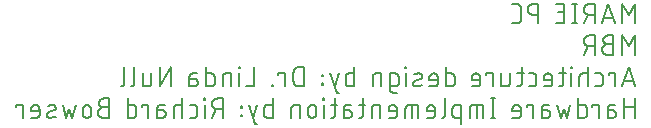
<source format=gbr>
G04 EAGLE Gerber RS-274X export*
G75*
%MOMM*%
%FSLAX34Y34*%
%LPD*%
%INSilkscreen Bottom*%
%IPPOS*%
%AMOC8*
5,1,8,0,0,1.08239X$1,22.5*%
G01*
%ADD10C,0.152400*%


D10*
X819238Y510772D02*
X819238Y527028D01*
X813819Y517997D01*
X808401Y527028D01*
X808401Y510772D01*
X802044Y510772D02*
X796625Y527028D01*
X791206Y510772D01*
X792561Y514836D02*
X800689Y514836D01*
X784897Y510772D02*
X784897Y527028D01*
X780381Y527028D01*
X780248Y527026D01*
X780116Y527020D01*
X779984Y527010D01*
X779852Y526997D01*
X779720Y526979D01*
X779590Y526958D01*
X779459Y526933D01*
X779330Y526904D01*
X779202Y526871D01*
X779074Y526835D01*
X778948Y526795D01*
X778823Y526751D01*
X778699Y526703D01*
X778577Y526652D01*
X778456Y526597D01*
X778337Y526539D01*
X778219Y526477D01*
X778104Y526412D01*
X777990Y526343D01*
X777879Y526272D01*
X777770Y526196D01*
X777663Y526118D01*
X777558Y526037D01*
X777456Y525952D01*
X777356Y525865D01*
X777259Y525775D01*
X777164Y525682D01*
X777073Y525586D01*
X776984Y525488D01*
X776898Y525387D01*
X776815Y525283D01*
X776735Y525177D01*
X776659Y525069D01*
X776585Y524959D01*
X776515Y524846D01*
X776448Y524732D01*
X776385Y524615D01*
X776325Y524497D01*
X776268Y524377D01*
X776215Y524255D01*
X776166Y524132D01*
X776120Y524008D01*
X776078Y523882D01*
X776040Y523755D01*
X776005Y523627D01*
X775974Y523498D01*
X775947Y523369D01*
X775924Y523238D01*
X775904Y523107D01*
X775889Y522975D01*
X775877Y522843D01*
X775869Y522711D01*
X775865Y522578D01*
X775865Y522446D01*
X775869Y522313D01*
X775877Y522181D01*
X775889Y522049D01*
X775904Y521917D01*
X775924Y521786D01*
X775947Y521655D01*
X775974Y521526D01*
X776005Y521397D01*
X776040Y521269D01*
X776078Y521142D01*
X776120Y521016D01*
X776166Y520892D01*
X776215Y520769D01*
X776268Y520647D01*
X776325Y520527D01*
X776385Y520409D01*
X776448Y520292D01*
X776515Y520178D01*
X776585Y520065D01*
X776659Y519955D01*
X776735Y519847D01*
X776815Y519741D01*
X776898Y519637D01*
X776984Y519536D01*
X777073Y519438D01*
X777164Y519342D01*
X777259Y519249D01*
X777356Y519159D01*
X777456Y519072D01*
X777558Y518987D01*
X777663Y518906D01*
X777770Y518828D01*
X777879Y518752D01*
X777990Y518681D01*
X778104Y518612D01*
X778219Y518547D01*
X778337Y518485D01*
X778456Y518427D01*
X778577Y518372D01*
X778699Y518321D01*
X778823Y518273D01*
X778948Y518229D01*
X779074Y518189D01*
X779202Y518153D01*
X779330Y518120D01*
X779459Y518091D01*
X779590Y518066D01*
X779720Y518045D01*
X779852Y518027D01*
X779984Y518014D01*
X780116Y518004D01*
X780248Y517998D01*
X780381Y517996D01*
X780381Y517997D02*
X784897Y517997D01*
X779478Y517997D02*
X775866Y510772D01*
X767968Y510772D02*
X767968Y527028D01*
X769774Y510772D02*
X766162Y510772D01*
X766162Y527028D02*
X769774Y527028D01*
X759427Y510772D02*
X752203Y510772D01*
X759427Y510772D02*
X759427Y527028D01*
X752203Y527028D01*
X754009Y519803D02*
X759427Y519803D01*
X737363Y527028D02*
X737363Y510772D01*
X737363Y527028D02*
X732847Y527028D01*
X732714Y527026D01*
X732582Y527020D01*
X732450Y527010D01*
X732318Y526997D01*
X732186Y526979D01*
X732056Y526958D01*
X731925Y526933D01*
X731796Y526904D01*
X731668Y526871D01*
X731540Y526835D01*
X731414Y526795D01*
X731289Y526751D01*
X731165Y526703D01*
X731043Y526652D01*
X730922Y526597D01*
X730803Y526539D01*
X730685Y526477D01*
X730570Y526412D01*
X730456Y526343D01*
X730345Y526272D01*
X730236Y526196D01*
X730129Y526118D01*
X730024Y526037D01*
X729922Y525952D01*
X729822Y525865D01*
X729725Y525775D01*
X729630Y525682D01*
X729539Y525586D01*
X729450Y525488D01*
X729364Y525387D01*
X729281Y525283D01*
X729201Y525177D01*
X729125Y525069D01*
X729051Y524959D01*
X728981Y524846D01*
X728914Y524732D01*
X728851Y524615D01*
X728791Y524497D01*
X728734Y524377D01*
X728681Y524255D01*
X728632Y524132D01*
X728586Y524008D01*
X728544Y523882D01*
X728506Y523755D01*
X728471Y523627D01*
X728440Y523498D01*
X728413Y523369D01*
X728390Y523238D01*
X728370Y523107D01*
X728355Y522975D01*
X728343Y522843D01*
X728335Y522711D01*
X728331Y522578D01*
X728331Y522446D01*
X728335Y522313D01*
X728343Y522181D01*
X728355Y522049D01*
X728370Y521917D01*
X728390Y521786D01*
X728413Y521655D01*
X728440Y521526D01*
X728471Y521397D01*
X728506Y521269D01*
X728544Y521142D01*
X728586Y521016D01*
X728632Y520892D01*
X728681Y520769D01*
X728734Y520647D01*
X728791Y520527D01*
X728851Y520409D01*
X728914Y520292D01*
X728981Y520178D01*
X729051Y520065D01*
X729125Y519955D01*
X729201Y519847D01*
X729281Y519741D01*
X729364Y519637D01*
X729450Y519536D01*
X729539Y519438D01*
X729630Y519342D01*
X729725Y519249D01*
X729822Y519159D01*
X729922Y519072D01*
X730024Y518987D01*
X730129Y518906D01*
X730236Y518828D01*
X730345Y518752D01*
X730456Y518681D01*
X730570Y518612D01*
X730685Y518547D01*
X730803Y518485D01*
X730922Y518427D01*
X731043Y518372D01*
X731165Y518321D01*
X731289Y518273D01*
X731414Y518229D01*
X731540Y518189D01*
X731668Y518153D01*
X731796Y518120D01*
X731925Y518091D01*
X732056Y518066D01*
X732186Y518045D01*
X732318Y518027D01*
X732450Y518014D01*
X732582Y518004D01*
X732714Y517998D01*
X732847Y517996D01*
X732847Y517997D02*
X737363Y517997D01*
X718890Y510772D02*
X715278Y510772D01*
X718890Y510772D02*
X719008Y510774D01*
X719126Y510780D01*
X719244Y510789D01*
X719361Y510803D01*
X719478Y510820D01*
X719595Y510841D01*
X719710Y510866D01*
X719825Y510895D01*
X719939Y510928D01*
X720051Y510964D01*
X720162Y511004D01*
X720272Y511047D01*
X720381Y511094D01*
X720488Y511144D01*
X720593Y511199D01*
X720696Y511256D01*
X720797Y511317D01*
X720897Y511381D01*
X720994Y511448D01*
X721089Y511518D01*
X721181Y511592D01*
X721272Y511668D01*
X721359Y511748D01*
X721444Y511830D01*
X721526Y511915D01*
X721606Y512002D01*
X721682Y512093D01*
X721756Y512185D01*
X721826Y512280D01*
X721893Y512377D01*
X721957Y512477D01*
X722018Y512578D01*
X722075Y512681D01*
X722130Y512786D01*
X722180Y512893D01*
X722227Y513002D01*
X722270Y513112D01*
X722310Y513223D01*
X722346Y513335D01*
X722379Y513449D01*
X722408Y513564D01*
X722433Y513679D01*
X722454Y513796D01*
X722471Y513913D01*
X722485Y514030D01*
X722494Y514148D01*
X722500Y514266D01*
X722502Y514384D01*
X722503Y514384D02*
X722503Y523416D01*
X722502Y523416D02*
X722500Y523534D01*
X722494Y523652D01*
X722485Y523770D01*
X722471Y523887D01*
X722454Y524004D01*
X722433Y524121D01*
X722408Y524236D01*
X722379Y524351D01*
X722346Y524465D01*
X722310Y524577D01*
X722270Y524688D01*
X722227Y524798D01*
X722180Y524907D01*
X722130Y525014D01*
X722075Y525119D01*
X722018Y525222D01*
X721957Y525323D01*
X721893Y525423D01*
X721826Y525520D01*
X721756Y525615D01*
X721682Y525707D01*
X721606Y525798D01*
X721526Y525885D01*
X721444Y525970D01*
X721359Y526052D01*
X721272Y526132D01*
X721181Y526208D01*
X721089Y526282D01*
X720994Y526352D01*
X720897Y526419D01*
X720797Y526483D01*
X720696Y526544D01*
X720593Y526601D01*
X720488Y526656D01*
X720381Y526706D01*
X720272Y526753D01*
X720162Y526796D01*
X720051Y526836D01*
X719939Y526872D01*
X719825Y526905D01*
X719710Y526934D01*
X719595Y526959D01*
X719478Y526980D01*
X719361Y526997D01*
X719244Y527011D01*
X719126Y527020D01*
X719008Y527026D01*
X718890Y527028D01*
X715278Y527028D01*
X819238Y500358D02*
X819238Y484102D01*
X813819Y491327D02*
X819238Y500358D01*
X813819Y491327D02*
X808401Y500358D01*
X808401Y484102D01*
X800409Y493133D02*
X795893Y493133D01*
X795893Y493134D02*
X795760Y493132D01*
X795628Y493126D01*
X795496Y493116D01*
X795364Y493103D01*
X795232Y493085D01*
X795102Y493064D01*
X794971Y493039D01*
X794842Y493010D01*
X794714Y492977D01*
X794586Y492941D01*
X794460Y492901D01*
X794335Y492857D01*
X794211Y492809D01*
X794089Y492758D01*
X793968Y492703D01*
X793849Y492645D01*
X793731Y492583D01*
X793616Y492518D01*
X793502Y492449D01*
X793391Y492378D01*
X793282Y492302D01*
X793175Y492224D01*
X793070Y492143D01*
X792968Y492058D01*
X792868Y491971D01*
X792771Y491881D01*
X792676Y491788D01*
X792585Y491692D01*
X792496Y491594D01*
X792410Y491493D01*
X792327Y491389D01*
X792247Y491283D01*
X792171Y491175D01*
X792097Y491065D01*
X792027Y490952D01*
X791960Y490838D01*
X791897Y490721D01*
X791837Y490603D01*
X791780Y490483D01*
X791727Y490361D01*
X791678Y490238D01*
X791632Y490114D01*
X791590Y489988D01*
X791552Y489861D01*
X791517Y489733D01*
X791486Y489604D01*
X791459Y489475D01*
X791436Y489344D01*
X791416Y489213D01*
X791401Y489081D01*
X791389Y488949D01*
X791381Y488817D01*
X791377Y488684D01*
X791377Y488552D01*
X791381Y488419D01*
X791389Y488287D01*
X791401Y488155D01*
X791416Y488023D01*
X791436Y487892D01*
X791459Y487761D01*
X791486Y487632D01*
X791517Y487503D01*
X791552Y487375D01*
X791590Y487248D01*
X791632Y487122D01*
X791678Y486998D01*
X791727Y486875D01*
X791780Y486753D01*
X791837Y486633D01*
X791897Y486515D01*
X791960Y486398D01*
X792027Y486284D01*
X792097Y486171D01*
X792171Y486061D01*
X792247Y485953D01*
X792327Y485847D01*
X792410Y485743D01*
X792496Y485642D01*
X792585Y485544D01*
X792676Y485448D01*
X792771Y485355D01*
X792868Y485265D01*
X792968Y485178D01*
X793070Y485093D01*
X793175Y485012D01*
X793282Y484934D01*
X793391Y484858D01*
X793502Y484787D01*
X793616Y484718D01*
X793731Y484653D01*
X793849Y484591D01*
X793968Y484533D01*
X794089Y484478D01*
X794211Y484427D01*
X794335Y484379D01*
X794460Y484335D01*
X794586Y484295D01*
X794714Y484259D01*
X794842Y484226D01*
X794971Y484197D01*
X795102Y484172D01*
X795232Y484151D01*
X795364Y484133D01*
X795496Y484120D01*
X795628Y484110D01*
X795760Y484104D01*
X795893Y484102D01*
X800409Y484102D01*
X800409Y500358D01*
X795893Y500358D01*
X795774Y500356D01*
X795654Y500350D01*
X795535Y500340D01*
X795417Y500326D01*
X795298Y500309D01*
X795181Y500287D01*
X795064Y500262D01*
X794949Y500232D01*
X794834Y500199D01*
X794720Y500162D01*
X794608Y500122D01*
X794497Y500077D01*
X794388Y500029D01*
X794280Y499978D01*
X794174Y499923D01*
X794070Y499864D01*
X793968Y499802D01*
X793868Y499737D01*
X793770Y499668D01*
X793674Y499596D01*
X793581Y499521D01*
X793491Y499444D01*
X793403Y499363D01*
X793318Y499279D01*
X793236Y499192D01*
X793156Y499103D01*
X793080Y499011D01*
X793006Y498917D01*
X792936Y498820D01*
X792869Y498722D01*
X792805Y498621D01*
X792745Y498517D01*
X792688Y498412D01*
X792635Y498305D01*
X792585Y498197D01*
X792539Y498087D01*
X792497Y497975D01*
X792458Y497862D01*
X792423Y497748D01*
X792392Y497633D01*
X792364Y497516D01*
X792341Y497399D01*
X792321Y497282D01*
X792305Y497163D01*
X792293Y497044D01*
X792285Y496925D01*
X792281Y496806D01*
X792281Y496686D01*
X792285Y496567D01*
X792293Y496448D01*
X792305Y496329D01*
X792321Y496210D01*
X792341Y496093D01*
X792364Y495976D01*
X792392Y495859D01*
X792423Y495744D01*
X792458Y495630D01*
X792497Y495517D01*
X792539Y495405D01*
X792585Y495295D01*
X792635Y495187D01*
X792688Y495080D01*
X792745Y494975D01*
X792805Y494871D01*
X792869Y494770D01*
X792936Y494672D01*
X793006Y494575D01*
X793080Y494481D01*
X793156Y494389D01*
X793236Y494300D01*
X793318Y494213D01*
X793403Y494129D01*
X793491Y494048D01*
X793581Y493971D01*
X793674Y493896D01*
X793770Y493824D01*
X793868Y493755D01*
X793968Y493690D01*
X794070Y493628D01*
X794174Y493569D01*
X794280Y493514D01*
X794388Y493463D01*
X794497Y493415D01*
X794608Y493370D01*
X794720Y493330D01*
X794834Y493293D01*
X794949Y493260D01*
X795064Y493230D01*
X795181Y493205D01*
X795298Y493183D01*
X795417Y493166D01*
X795535Y493152D01*
X795654Y493142D01*
X795774Y493136D01*
X795893Y493134D01*
X784897Y500358D02*
X784897Y484102D01*
X784897Y500358D02*
X780381Y500358D01*
X780248Y500356D01*
X780116Y500350D01*
X779984Y500340D01*
X779852Y500327D01*
X779720Y500309D01*
X779590Y500288D01*
X779459Y500263D01*
X779330Y500234D01*
X779202Y500201D01*
X779074Y500165D01*
X778948Y500125D01*
X778823Y500081D01*
X778699Y500033D01*
X778577Y499982D01*
X778456Y499927D01*
X778337Y499869D01*
X778219Y499807D01*
X778104Y499742D01*
X777990Y499673D01*
X777879Y499602D01*
X777770Y499526D01*
X777663Y499448D01*
X777558Y499367D01*
X777456Y499282D01*
X777356Y499195D01*
X777259Y499105D01*
X777164Y499012D01*
X777073Y498916D01*
X776984Y498818D01*
X776898Y498717D01*
X776815Y498613D01*
X776735Y498507D01*
X776659Y498399D01*
X776585Y498289D01*
X776515Y498176D01*
X776448Y498062D01*
X776385Y497945D01*
X776325Y497827D01*
X776268Y497707D01*
X776215Y497585D01*
X776166Y497462D01*
X776120Y497338D01*
X776078Y497212D01*
X776040Y497085D01*
X776005Y496957D01*
X775974Y496828D01*
X775947Y496699D01*
X775924Y496568D01*
X775904Y496437D01*
X775889Y496305D01*
X775877Y496173D01*
X775869Y496041D01*
X775865Y495908D01*
X775865Y495776D01*
X775869Y495643D01*
X775877Y495511D01*
X775889Y495379D01*
X775904Y495247D01*
X775924Y495116D01*
X775947Y494985D01*
X775974Y494856D01*
X776005Y494727D01*
X776040Y494599D01*
X776078Y494472D01*
X776120Y494346D01*
X776166Y494222D01*
X776215Y494099D01*
X776268Y493977D01*
X776325Y493857D01*
X776385Y493739D01*
X776448Y493622D01*
X776515Y493508D01*
X776585Y493395D01*
X776659Y493285D01*
X776735Y493177D01*
X776815Y493071D01*
X776898Y492967D01*
X776984Y492866D01*
X777073Y492768D01*
X777164Y492672D01*
X777259Y492579D01*
X777356Y492489D01*
X777456Y492402D01*
X777558Y492317D01*
X777663Y492236D01*
X777770Y492158D01*
X777879Y492082D01*
X777990Y492011D01*
X778104Y491942D01*
X778219Y491877D01*
X778337Y491815D01*
X778456Y491757D01*
X778577Y491702D01*
X778699Y491651D01*
X778823Y491603D01*
X778948Y491559D01*
X779074Y491519D01*
X779202Y491483D01*
X779330Y491450D01*
X779459Y491421D01*
X779590Y491396D01*
X779720Y491375D01*
X779852Y491357D01*
X779984Y491344D01*
X780116Y491334D01*
X780248Y491328D01*
X780381Y491326D01*
X780381Y491327D02*
X784897Y491327D01*
X779478Y491327D02*
X775866Y484102D01*
X813819Y473688D02*
X819238Y457432D01*
X808401Y457432D02*
X813819Y473688D01*
X809755Y461496D02*
X817883Y461496D01*
X802237Y457432D02*
X802237Y468269D01*
X796818Y468269D01*
X796818Y466463D01*
X789174Y457432D02*
X785561Y457432D01*
X789174Y457432D02*
X789275Y457434D01*
X789376Y457440D01*
X789477Y457449D01*
X789578Y457462D01*
X789678Y457479D01*
X789777Y457500D01*
X789875Y457524D01*
X789972Y457552D01*
X790069Y457584D01*
X790164Y457619D01*
X790257Y457658D01*
X790349Y457700D01*
X790440Y457746D01*
X790529Y457795D01*
X790615Y457847D01*
X790700Y457903D01*
X790783Y457961D01*
X790863Y458023D01*
X790941Y458088D01*
X791017Y458155D01*
X791090Y458225D01*
X791160Y458298D01*
X791227Y458374D01*
X791292Y458452D01*
X791354Y458532D01*
X791412Y458615D01*
X791468Y458700D01*
X791520Y458787D01*
X791569Y458875D01*
X791615Y458966D01*
X791657Y459058D01*
X791696Y459151D01*
X791731Y459246D01*
X791763Y459343D01*
X791791Y459440D01*
X791815Y459538D01*
X791836Y459637D01*
X791853Y459737D01*
X791866Y459838D01*
X791875Y459939D01*
X791881Y460040D01*
X791883Y460141D01*
X791883Y465560D01*
X791881Y465661D01*
X791875Y465762D01*
X791866Y465863D01*
X791853Y465964D01*
X791836Y466064D01*
X791815Y466163D01*
X791791Y466261D01*
X791763Y466358D01*
X791731Y466455D01*
X791696Y466550D01*
X791657Y466643D01*
X791615Y466735D01*
X791569Y466826D01*
X791520Y466915D01*
X791468Y467001D01*
X791412Y467086D01*
X791354Y467169D01*
X791292Y467249D01*
X791227Y467327D01*
X791160Y467403D01*
X791090Y467476D01*
X791017Y467546D01*
X790941Y467613D01*
X790863Y467678D01*
X790783Y467740D01*
X790700Y467798D01*
X790615Y467854D01*
X790529Y467906D01*
X790440Y467955D01*
X790349Y468001D01*
X790257Y468043D01*
X790164Y468082D01*
X790069Y468117D01*
X789972Y468149D01*
X789875Y468177D01*
X789777Y468201D01*
X789678Y468222D01*
X789578Y468239D01*
X789477Y468252D01*
X789376Y468261D01*
X789275Y468267D01*
X789174Y468269D01*
X785561Y468269D01*
X779396Y473688D02*
X779396Y457432D01*
X779396Y468269D02*
X774880Y468269D01*
X774776Y468267D01*
X774673Y468261D01*
X774569Y468251D01*
X774466Y468237D01*
X774364Y468219D01*
X774263Y468198D01*
X774162Y468172D01*
X774063Y468143D01*
X773964Y468110D01*
X773867Y468073D01*
X773772Y468032D01*
X773678Y467988D01*
X773586Y467940D01*
X773496Y467889D01*
X773407Y467834D01*
X773321Y467776D01*
X773238Y467714D01*
X773156Y467650D01*
X773078Y467582D01*
X773002Y467512D01*
X772928Y467439D01*
X772858Y467362D01*
X772790Y467284D01*
X772726Y467202D01*
X772664Y467119D01*
X772606Y467033D01*
X772551Y466944D01*
X772500Y466854D01*
X772452Y466762D01*
X772408Y466668D01*
X772367Y466573D01*
X772330Y466476D01*
X772297Y466377D01*
X772268Y466278D01*
X772242Y466177D01*
X772221Y466076D01*
X772203Y465974D01*
X772189Y465871D01*
X772179Y465767D01*
X772173Y465664D01*
X772171Y465560D01*
X772171Y457432D01*
X765363Y457432D02*
X765363Y468269D01*
X765814Y472785D02*
X765814Y473688D01*
X764911Y473688D01*
X764911Y472785D01*
X765814Y472785D01*
X760373Y468269D02*
X754954Y468269D01*
X758566Y473688D02*
X758566Y460141D01*
X758564Y460040D01*
X758558Y459939D01*
X758549Y459838D01*
X758536Y459737D01*
X758519Y459637D01*
X758498Y459538D01*
X758474Y459440D01*
X758446Y459343D01*
X758414Y459246D01*
X758379Y459151D01*
X758340Y459058D01*
X758298Y458966D01*
X758252Y458875D01*
X758203Y458787D01*
X758151Y458700D01*
X758095Y458615D01*
X758037Y458532D01*
X757975Y458452D01*
X757910Y458374D01*
X757843Y458298D01*
X757773Y458225D01*
X757700Y458155D01*
X757624Y458088D01*
X757546Y458023D01*
X757466Y457961D01*
X757383Y457903D01*
X757298Y457847D01*
X757212Y457795D01*
X757123Y457746D01*
X757032Y457700D01*
X756940Y457658D01*
X756847Y457619D01*
X756752Y457584D01*
X756655Y457552D01*
X756558Y457524D01*
X756460Y457500D01*
X756361Y457479D01*
X756261Y457462D01*
X756160Y457449D01*
X756059Y457440D01*
X755958Y457434D01*
X755857Y457432D01*
X754954Y457432D01*
X746466Y457432D02*
X741951Y457432D01*
X746466Y457432D02*
X746567Y457434D01*
X746668Y457440D01*
X746769Y457449D01*
X746870Y457462D01*
X746970Y457479D01*
X747069Y457500D01*
X747167Y457524D01*
X747264Y457552D01*
X747361Y457584D01*
X747456Y457619D01*
X747549Y457658D01*
X747641Y457700D01*
X747732Y457746D01*
X747821Y457795D01*
X747907Y457847D01*
X747992Y457903D01*
X748075Y457961D01*
X748155Y458023D01*
X748233Y458088D01*
X748309Y458155D01*
X748382Y458225D01*
X748452Y458298D01*
X748519Y458374D01*
X748584Y458452D01*
X748646Y458532D01*
X748704Y458615D01*
X748760Y458700D01*
X748812Y458787D01*
X748861Y458875D01*
X748907Y458966D01*
X748949Y459058D01*
X748988Y459151D01*
X749023Y459246D01*
X749055Y459343D01*
X749083Y459440D01*
X749107Y459538D01*
X749128Y459637D01*
X749145Y459737D01*
X749158Y459838D01*
X749167Y459939D01*
X749173Y460040D01*
X749175Y460141D01*
X749175Y464657D01*
X749173Y464776D01*
X749167Y464896D01*
X749157Y465015D01*
X749143Y465133D01*
X749126Y465252D01*
X749104Y465369D01*
X749079Y465486D01*
X749049Y465601D01*
X749016Y465716D01*
X748979Y465830D01*
X748939Y465942D01*
X748894Y466053D01*
X748846Y466162D01*
X748795Y466270D01*
X748740Y466376D01*
X748681Y466480D01*
X748619Y466582D01*
X748554Y466682D01*
X748485Y466780D01*
X748413Y466876D01*
X748338Y466969D01*
X748261Y467059D01*
X748180Y467147D01*
X748096Y467232D01*
X748009Y467314D01*
X747920Y467394D01*
X747828Y467470D01*
X747734Y467544D01*
X747637Y467614D01*
X747539Y467681D01*
X747438Y467745D01*
X747334Y467805D01*
X747229Y467862D01*
X747122Y467915D01*
X747014Y467965D01*
X746904Y468011D01*
X746792Y468053D01*
X746679Y468092D01*
X746565Y468127D01*
X746450Y468158D01*
X746333Y468186D01*
X746216Y468209D01*
X746099Y468229D01*
X745980Y468245D01*
X745861Y468257D01*
X745742Y468265D01*
X745623Y468269D01*
X745503Y468269D01*
X745384Y468265D01*
X745265Y468257D01*
X745146Y468245D01*
X745027Y468229D01*
X744910Y468209D01*
X744793Y468186D01*
X744676Y468158D01*
X744561Y468127D01*
X744447Y468092D01*
X744334Y468053D01*
X744222Y468011D01*
X744112Y467965D01*
X744004Y467915D01*
X743897Y467862D01*
X743792Y467805D01*
X743688Y467745D01*
X743587Y467681D01*
X743489Y467614D01*
X743392Y467544D01*
X743298Y467470D01*
X743206Y467394D01*
X743117Y467314D01*
X743030Y467232D01*
X742946Y467147D01*
X742865Y467059D01*
X742788Y466969D01*
X742713Y466876D01*
X742641Y466780D01*
X742572Y466682D01*
X742507Y466582D01*
X742445Y466480D01*
X742386Y466376D01*
X742331Y466270D01*
X742280Y466162D01*
X742232Y466053D01*
X742187Y465942D01*
X742147Y465830D01*
X742110Y465716D01*
X742077Y465601D01*
X742047Y465486D01*
X742022Y465369D01*
X742000Y465252D01*
X741983Y465133D01*
X741969Y465015D01*
X741959Y464896D01*
X741953Y464776D01*
X741951Y464657D01*
X741951Y462851D01*
X749175Y462851D01*
X732902Y457432D02*
X729289Y457432D01*
X732902Y457432D02*
X733003Y457434D01*
X733104Y457440D01*
X733205Y457449D01*
X733306Y457462D01*
X733406Y457479D01*
X733505Y457500D01*
X733603Y457524D01*
X733700Y457552D01*
X733797Y457584D01*
X733892Y457619D01*
X733985Y457658D01*
X734077Y457700D01*
X734168Y457746D01*
X734257Y457795D01*
X734343Y457847D01*
X734428Y457903D01*
X734511Y457961D01*
X734591Y458023D01*
X734669Y458088D01*
X734745Y458155D01*
X734818Y458225D01*
X734888Y458298D01*
X734955Y458374D01*
X735020Y458452D01*
X735082Y458532D01*
X735140Y458615D01*
X735196Y458700D01*
X735248Y458787D01*
X735297Y458875D01*
X735343Y458966D01*
X735385Y459058D01*
X735424Y459151D01*
X735459Y459246D01*
X735491Y459343D01*
X735519Y459440D01*
X735543Y459538D01*
X735564Y459637D01*
X735581Y459737D01*
X735594Y459838D01*
X735603Y459939D01*
X735609Y460040D01*
X735611Y460141D01*
X735611Y465560D01*
X735609Y465661D01*
X735603Y465762D01*
X735594Y465863D01*
X735581Y465964D01*
X735564Y466064D01*
X735543Y466163D01*
X735519Y466261D01*
X735491Y466358D01*
X735459Y466455D01*
X735424Y466550D01*
X735385Y466643D01*
X735343Y466735D01*
X735297Y466826D01*
X735248Y466915D01*
X735196Y467001D01*
X735140Y467086D01*
X735082Y467169D01*
X735020Y467249D01*
X734955Y467327D01*
X734888Y467403D01*
X734818Y467476D01*
X734745Y467546D01*
X734669Y467613D01*
X734591Y467678D01*
X734511Y467740D01*
X734428Y467798D01*
X734343Y467854D01*
X734257Y467906D01*
X734168Y467955D01*
X734077Y468001D01*
X733985Y468043D01*
X733892Y468082D01*
X733797Y468117D01*
X733700Y468149D01*
X733603Y468177D01*
X733505Y468201D01*
X733406Y468222D01*
X733306Y468239D01*
X733205Y468252D01*
X733104Y468261D01*
X733003Y468267D01*
X732902Y468269D01*
X729289Y468269D01*
X724942Y468269D02*
X719523Y468269D01*
X723136Y473688D02*
X723136Y460141D01*
X723135Y460141D02*
X723133Y460040D01*
X723127Y459939D01*
X723118Y459838D01*
X723105Y459737D01*
X723088Y459637D01*
X723067Y459538D01*
X723043Y459440D01*
X723015Y459343D01*
X722983Y459246D01*
X722948Y459151D01*
X722909Y459058D01*
X722867Y458966D01*
X722821Y458875D01*
X722772Y458787D01*
X722720Y458700D01*
X722664Y458615D01*
X722606Y458532D01*
X722544Y458452D01*
X722479Y458374D01*
X722412Y458298D01*
X722342Y458225D01*
X722269Y458155D01*
X722193Y458088D01*
X722115Y458023D01*
X722035Y457961D01*
X721952Y457903D01*
X721867Y457847D01*
X721781Y457795D01*
X721692Y457746D01*
X721601Y457700D01*
X721509Y457658D01*
X721416Y457619D01*
X721321Y457584D01*
X721224Y457552D01*
X721127Y457524D01*
X721029Y457500D01*
X720930Y457479D01*
X720830Y457462D01*
X720729Y457449D01*
X720628Y457440D01*
X720527Y457434D01*
X720426Y457432D01*
X719523Y457432D01*
X713224Y460141D02*
X713224Y468269D01*
X713223Y460141D02*
X713221Y460040D01*
X713215Y459939D01*
X713206Y459838D01*
X713193Y459737D01*
X713176Y459637D01*
X713155Y459538D01*
X713131Y459440D01*
X713103Y459343D01*
X713071Y459246D01*
X713036Y459151D01*
X712997Y459058D01*
X712955Y458966D01*
X712909Y458875D01*
X712860Y458787D01*
X712808Y458700D01*
X712752Y458615D01*
X712694Y458532D01*
X712632Y458452D01*
X712567Y458374D01*
X712500Y458298D01*
X712430Y458225D01*
X712357Y458155D01*
X712281Y458088D01*
X712203Y458023D01*
X712123Y457961D01*
X712040Y457903D01*
X711955Y457847D01*
X711869Y457795D01*
X711780Y457746D01*
X711689Y457700D01*
X711597Y457658D01*
X711504Y457619D01*
X711409Y457584D01*
X711312Y457552D01*
X711215Y457524D01*
X711117Y457500D01*
X711018Y457479D01*
X710918Y457462D01*
X710817Y457449D01*
X710716Y457440D01*
X710615Y457434D01*
X710514Y457432D01*
X705999Y457432D01*
X705999Y468269D01*
X698550Y468269D02*
X698550Y457432D01*
X698550Y468269D02*
X693131Y468269D01*
X693131Y466463D01*
X685504Y457432D02*
X680989Y457432D01*
X685504Y457432D02*
X685605Y457434D01*
X685706Y457440D01*
X685807Y457449D01*
X685908Y457462D01*
X686008Y457479D01*
X686107Y457500D01*
X686205Y457524D01*
X686302Y457552D01*
X686399Y457584D01*
X686494Y457619D01*
X686587Y457658D01*
X686679Y457700D01*
X686770Y457746D01*
X686859Y457795D01*
X686945Y457847D01*
X687030Y457903D01*
X687113Y457961D01*
X687193Y458023D01*
X687271Y458088D01*
X687347Y458155D01*
X687420Y458225D01*
X687490Y458298D01*
X687557Y458374D01*
X687622Y458452D01*
X687684Y458532D01*
X687742Y458615D01*
X687798Y458700D01*
X687850Y458787D01*
X687899Y458875D01*
X687945Y458966D01*
X687987Y459058D01*
X688026Y459151D01*
X688061Y459246D01*
X688093Y459343D01*
X688121Y459440D01*
X688145Y459538D01*
X688166Y459637D01*
X688183Y459737D01*
X688196Y459838D01*
X688205Y459939D01*
X688211Y460040D01*
X688213Y460141D01*
X688214Y460141D02*
X688214Y464657D01*
X688213Y464657D02*
X688211Y464776D01*
X688205Y464896D01*
X688195Y465015D01*
X688181Y465133D01*
X688164Y465252D01*
X688142Y465369D01*
X688117Y465486D01*
X688087Y465601D01*
X688054Y465716D01*
X688017Y465830D01*
X687977Y465942D01*
X687932Y466053D01*
X687884Y466162D01*
X687833Y466270D01*
X687778Y466376D01*
X687719Y466480D01*
X687657Y466582D01*
X687592Y466682D01*
X687523Y466780D01*
X687451Y466876D01*
X687376Y466969D01*
X687299Y467059D01*
X687218Y467147D01*
X687134Y467232D01*
X687047Y467314D01*
X686958Y467394D01*
X686866Y467470D01*
X686772Y467544D01*
X686675Y467614D01*
X686577Y467681D01*
X686476Y467745D01*
X686372Y467805D01*
X686267Y467862D01*
X686160Y467915D01*
X686052Y467965D01*
X685942Y468011D01*
X685830Y468053D01*
X685717Y468092D01*
X685603Y468127D01*
X685488Y468158D01*
X685371Y468186D01*
X685254Y468209D01*
X685137Y468229D01*
X685018Y468245D01*
X684899Y468257D01*
X684780Y468265D01*
X684661Y468269D01*
X684541Y468269D01*
X684422Y468265D01*
X684303Y468257D01*
X684184Y468245D01*
X684065Y468229D01*
X683948Y468209D01*
X683831Y468186D01*
X683714Y468158D01*
X683599Y468127D01*
X683485Y468092D01*
X683372Y468053D01*
X683260Y468011D01*
X683150Y467965D01*
X683042Y467915D01*
X682935Y467862D01*
X682830Y467805D01*
X682726Y467745D01*
X682625Y467681D01*
X682527Y467614D01*
X682430Y467544D01*
X682336Y467470D01*
X682244Y467394D01*
X682155Y467314D01*
X682068Y467232D01*
X681984Y467147D01*
X681903Y467059D01*
X681826Y466969D01*
X681751Y466876D01*
X681679Y466780D01*
X681610Y466682D01*
X681545Y466582D01*
X681483Y466480D01*
X681424Y466376D01*
X681369Y466270D01*
X681318Y466162D01*
X681270Y466053D01*
X681225Y465942D01*
X681185Y465830D01*
X681148Y465716D01*
X681115Y465601D01*
X681085Y465486D01*
X681060Y465369D01*
X681038Y465252D01*
X681021Y465133D01*
X681007Y465015D01*
X680997Y464896D01*
X680991Y464776D01*
X680989Y464657D01*
X680989Y462851D01*
X688214Y462851D01*
X659178Y457432D02*
X659178Y473688D01*
X659178Y457432D02*
X663694Y457432D01*
X663795Y457434D01*
X663896Y457440D01*
X663997Y457449D01*
X664098Y457462D01*
X664198Y457479D01*
X664297Y457500D01*
X664395Y457524D01*
X664492Y457552D01*
X664589Y457584D01*
X664684Y457619D01*
X664777Y457658D01*
X664869Y457700D01*
X664960Y457746D01*
X665049Y457795D01*
X665135Y457847D01*
X665220Y457903D01*
X665303Y457961D01*
X665383Y458023D01*
X665461Y458088D01*
X665537Y458155D01*
X665610Y458225D01*
X665680Y458298D01*
X665747Y458374D01*
X665812Y458452D01*
X665874Y458532D01*
X665932Y458615D01*
X665988Y458700D01*
X666040Y458787D01*
X666089Y458875D01*
X666135Y458966D01*
X666177Y459058D01*
X666216Y459151D01*
X666251Y459246D01*
X666283Y459343D01*
X666311Y459440D01*
X666335Y459538D01*
X666356Y459637D01*
X666373Y459737D01*
X666386Y459838D01*
X666395Y459939D01*
X666401Y460040D01*
X666403Y460141D01*
X666403Y465560D01*
X666401Y465661D01*
X666395Y465762D01*
X666386Y465863D01*
X666373Y465964D01*
X666356Y466064D01*
X666335Y466163D01*
X666311Y466261D01*
X666283Y466358D01*
X666251Y466455D01*
X666216Y466550D01*
X666177Y466643D01*
X666135Y466735D01*
X666089Y466826D01*
X666040Y466915D01*
X665988Y467001D01*
X665932Y467086D01*
X665874Y467169D01*
X665812Y467249D01*
X665747Y467327D01*
X665680Y467403D01*
X665610Y467476D01*
X665537Y467546D01*
X665461Y467613D01*
X665383Y467678D01*
X665303Y467740D01*
X665220Y467798D01*
X665135Y467854D01*
X665049Y467906D01*
X664960Y467955D01*
X664869Y468001D01*
X664777Y468043D01*
X664684Y468082D01*
X664589Y468117D01*
X664492Y468149D01*
X664395Y468177D01*
X664297Y468201D01*
X664198Y468222D01*
X664098Y468239D01*
X663997Y468252D01*
X663896Y468261D01*
X663795Y468267D01*
X663694Y468269D01*
X659178Y468269D01*
X649553Y457432D02*
X645037Y457432D01*
X649553Y457432D02*
X649654Y457434D01*
X649755Y457440D01*
X649856Y457449D01*
X649957Y457462D01*
X650057Y457479D01*
X650156Y457500D01*
X650254Y457524D01*
X650351Y457552D01*
X650448Y457584D01*
X650543Y457619D01*
X650636Y457658D01*
X650728Y457700D01*
X650819Y457746D01*
X650908Y457795D01*
X650994Y457847D01*
X651079Y457903D01*
X651162Y457961D01*
X651242Y458023D01*
X651320Y458088D01*
X651396Y458155D01*
X651469Y458225D01*
X651539Y458298D01*
X651606Y458374D01*
X651671Y458452D01*
X651733Y458532D01*
X651791Y458615D01*
X651847Y458700D01*
X651899Y458787D01*
X651948Y458875D01*
X651994Y458966D01*
X652036Y459058D01*
X652075Y459151D01*
X652110Y459246D01*
X652142Y459343D01*
X652170Y459440D01*
X652194Y459538D01*
X652215Y459637D01*
X652232Y459737D01*
X652245Y459838D01*
X652254Y459939D01*
X652260Y460040D01*
X652262Y460141D01*
X652262Y464657D01*
X652260Y464776D01*
X652254Y464896D01*
X652244Y465015D01*
X652230Y465133D01*
X652213Y465252D01*
X652191Y465369D01*
X652166Y465486D01*
X652136Y465601D01*
X652103Y465716D01*
X652066Y465830D01*
X652026Y465942D01*
X651981Y466053D01*
X651933Y466162D01*
X651882Y466270D01*
X651827Y466376D01*
X651768Y466480D01*
X651706Y466582D01*
X651641Y466682D01*
X651572Y466780D01*
X651500Y466876D01*
X651425Y466969D01*
X651348Y467059D01*
X651267Y467147D01*
X651183Y467232D01*
X651096Y467314D01*
X651007Y467394D01*
X650915Y467470D01*
X650821Y467544D01*
X650724Y467614D01*
X650626Y467681D01*
X650525Y467745D01*
X650421Y467805D01*
X650316Y467862D01*
X650209Y467915D01*
X650101Y467965D01*
X649991Y468011D01*
X649879Y468053D01*
X649766Y468092D01*
X649652Y468127D01*
X649537Y468158D01*
X649420Y468186D01*
X649303Y468209D01*
X649186Y468229D01*
X649067Y468245D01*
X648948Y468257D01*
X648829Y468265D01*
X648710Y468269D01*
X648590Y468269D01*
X648471Y468265D01*
X648352Y468257D01*
X648233Y468245D01*
X648114Y468229D01*
X647997Y468209D01*
X647880Y468186D01*
X647763Y468158D01*
X647648Y468127D01*
X647534Y468092D01*
X647421Y468053D01*
X647309Y468011D01*
X647199Y467965D01*
X647091Y467915D01*
X646984Y467862D01*
X646879Y467805D01*
X646775Y467745D01*
X646674Y467681D01*
X646576Y467614D01*
X646479Y467544D01*
X646385Y467470D01*
X646293Y467394D01*
X646204Y467314D01*
X646117Y467232D01*
X646033Y467147D01*
X645952Y467059D01*
X645875Y466969D01*
X645800Y466876D01*
X645728Y466780D01*
X645659Y466682D01*
X645594Y466582D01*
X645532Y466480D01*
X645473Y466376D01*
X645418Y466270D01*
X645367Y466162D01*
X645319Y466053D01*
X645274Y465942D01*
X645234Y465830D01*
X645197Y465716D01*
X645164Y465601D01*
X645134Y465486D01*
X645109Y465369D01*
X645087Y465252D01*
X645070Y465133D01*
X645056Y465015D01*
X645046Y464896D01*
X645040Y464776D01*
X645038Y464657D01*
X645037Y464657D02*
X645037Y462851D01*
X652262Y462851D01*
X637360Y463754D02*
X632845Y461948D01*
X637361Y463754D02*
X637449Y463791D01*
X637535Y463832D01*
X637620Y463876D01*
X637703Y463924D01*
X637783Y463975D01*
X637862Y464029D01*
X637938Y464087D01*
X638012Y464147D01*
X638084Y464211D01*
X638152Y464277D01*
X638218Y464347D01*
X638281Y464418D01*
X638342Y464493D01*
X638399Y464569D01*
X638452Y464648D01*
X638503Y464729D01*
X638550Y464812D01*
X638594Y464897D01*
X638634Y464984D01*
X638671Y465072D01*
X638704Y465162D01*
X638734Y465253D01*
X638759Y465345D01*
X638781Y465438D01*
X638799Y465532D01*
X638814Y465626D01*
X638824Y465721D01*
X638830Y465817D01*
X638833Y465912D01*
X638832Y466008D01*
X638826Y466103D01*
X638817Y466199D01*
X638804Y466293D01*
X638788Y466387D01*
X638767Y466481D01*
X638742Y466573D01*
X638714Y466664D01*
X638682Y466754D01*
X638647Y466843D01*
X638608Y466930D01*
X638565Y467016D01*
X638519Y467100D01*
X638469Y467181D01*
X638417Y467261D01*
X638361Y467339D01*
X638301Y467414D01*
X638239Y467486D01*
X638174Y467556D01*
X638106Y467624D01*
X638036Y467688D01*
X637963Y467750D01*
X637887Y467808D01*
X637809Y467864D01*
X637729Y467916D01*
X637647Y467965D01*
X637563Y468010D01*
X637477Y468052D01*
X637390Y468091D01*
X637301Y468126D01*
X637210Y468157D01*
X637119Y468184D01*
X637026Y468208D01*
X636933Y468228D01*
X636839Y468244D01*
X636744Y468256D01*
X636649Y468265D01*
X636553Y468269D01*
X636458Y468270D01*
X636211Y468263D01*
X635965Y468251D01*
X635719Y468233D01*
X635473Y468208D01*
X635229Y468178D01*
X634985Y468142D01*
X634742Y468101D01*
X634500Y468053D01*
X634259Y467999D01*
X634020Y467940D01*
X633782Y467875D01*
X633546Y467804D01*
X633311Y467728D01*
X633078Y467646D01*
X632848Y467558D01*
X632620Y467465D01*
X632393Y467367D01*
X632844Y461947D02*
X632756Y461910D01*
X632670Y461869D01*
X632585Y461825D01*
X632502Y461777D01*
X632422Y461726D01*
X632343Y461672D01*
X632267Y461614D01*
X632193Y461554D01*
X632121Y461490D01*
X632053Y461424D01*
X631987Y461354D01*
X631924Y461283D01*
X631863Y461208D01*
X631806Y461132D01*
X631753Y461053D01*
X631702Y460972D01*
X631655Y460889D01*
X631611Y460804D01*
X631571Y460717D01*
X631534Y460629D01*
X631501Y460539D01*
X631471Y460448D01*
X631446Y460356D01*
X631424Y460263D01*
X631406Y460169D01*
X631391Y460075D01*
X631381Y459980D01*
X631375Y459884D01*
X631372Y459789D01*
X631373Y459693D01*
X631379Y459598D01*
X631388Y459502D01*
X631401Y459408D01*
X631417Y459314D01*
X631438Y459220D01*
X631463Y459128D01*
X631491Y459037D01*
X631523Y458947D01*
X631558Y458858D01*
X631597Y458771D01*
X631640Y458685D01*
X631686Y458601D01*
X631736Y458520D01*
X631788Y458440D01*
X631844Y458362D01*
X631904Y458287D01*
X631966Y458215D01*
X632031Y458145D01*
X632099Y458077D01*
X632169Y458013D01*
X632242Y457951D01*
X632318Y457893D01*
X632396Y457837D01*
X632476Y457785D01*
X632558Y457736D01*
X632642Y457691D01*
X632728Y457649D01*
X632815Y457610D01*
X632904Y457575D01*
X632995Y457544D01*
X633086Y457517D01*
X633179Y457493D01*
X633272Y457473D01*
X633366Y457457D01*
X633461Y457445D01*
X633556Y457436D01*
X633652Y457432D01*
X633747Y457431D01*
X633748Y457432D02*
X634110Y457441D01*
X634472Y457459D01*
X634833Y457486D01*
X635193Y457521D01*
X635553Y457564D01*
X635912Y457616D01*
X636269Y457677D01*
X636624Y457746D01*
X636978Y457823D01*
X637330Y457909D01*
X637680Y458003D01*
X638028Y458106D01*
X638373Y458216D01*
X638715Y458335D01*
X625203Y457432D02*
X625203Y468269D01*
X625654Y472785D02*
X625654Y473688D01*
X624751Y473688D01*
X624751Y472785D01*
X625654Y472785D01*
X616279Y457432D02*
X611764Y457432D01*
X616279Y457432D02*
X616380Y457434D01*
X616481Y457440D01*
X616582Y457449D01*
X616683Y457462D01*
X616783Y457479D01*
X616882Y457500D01*
X616980Y457524D01*
X617077Y457552D01*
X617174Y457584D01*
X617269Y457619D01*
X617362Y457658D01*
X617454Y457700D01*
X617545Y457746D01*
X617634Y457795D01*
X617720Y457847D01*
X617805Y457903D01*
X617888Y457961D01*
X617968Y458023D01*
X618046Y458088D01*
X618122Y458155D01*
X618195Y458225D01*
X618265Y458298D01*
X618332Y458374D01*
X618397Y458452D01*
X618459Y458532D01*
X618517Y458615D01*
X618573Y458700D01*
X618625Y458787D01*
X618674Y458875D01*
X618720Y458966D01*
X618762Y459058D01*
X618801Y459151D01*
X618836Y459246D01*
X618868Y459343D01*
X618896Y459440D01*
X618920Y459538D01*
X618941Y459637D01*
X618958Y459737D01*
X618971Y459838D01*
X618980Y459939D01*
X618986Y460040D01*
X618988Y460141D01*
X618989Y460141D02*
X618989Y465560D01*
X618988Y465560D02*
X618986Y465661D01*
X618980Y465762D01*
X618971Y465863D01*
X618958Y465964D01*
X618941Y466064D01*
X618920Y466163D01*
X618896Y466261D01*
X618868Y466358D01*
X618836Y466455D01*
X618801Y466550D01*
X618762Y466643D01*
X618720Y466735D01*
X618674Y466826D01*
X618625Y466915D01*
X618573Y467001D01*
X618517Y467086D01*
X618459Y467169D01*
X618397Y467249D01*
X618332Y467327D01*
X618265Y467403D01*
X618195Y467476D01*
X618122Y467546D01*
X618046Y467613D01*
X617968Y467678D01*
X617888Y467740D01*
X617805Y467798D01*
X617720Y467854D01*
X617634Y467906D01*
X617545Y467955D01*
X617454Y468001D01*
X617362Y468043D01*
X617269Y468082D01*
X617174Y468117D01*
X617077Y468149D01*
X616980Y468177D01*
X616882Y468201D01*
X616783Y468222D01*
X616683Y468239D01*
X616582Y468252D01*
X616481Y468261D01*
X616380Y468267D01*
X616279Y468269D01*
X611764Y468269D01*
X611764Y454723D01*
X611766Y454622D01*
X611772Y454521D01*
X611781Y454420D01*
X611794Y454319D01*
X611811Y454219D01*
X611832Y454120D01*
X611856Y454022D01*
X611884Y453925D01*
X611916Y453828D01*
X611951Y453733D01*
X611990Y453640D01*
X612032Y453548D01*
X612078Y453457D01*
X612127Y453369D01*
X612179Y453282D01*
X612235Y453197D01*
X612293Y453114D01*
X612355Y453034D01*
X612420Y452956D01*
X612487Y452880D01*
X612557Y452807D01*
X612630Y452737D01*
X612706Y452670D01*
X612784Y452605D01*
X612864Y452543D01*
X612947Y452485D01*
X613032Y452429D01*
X613119Y452377D01*
X613207Y452328D01*
X613298Y452282D01*
X613390Y452240D01*
X613483Y452201D01*
X613578Y452166D01*
X613675Y452134D01*
X613772Y452106D01*
X613870Y452082D01*
X613969Y452061D01*
X614069Y452044D01*
X614170Y452031D01*
X614271Y452022D01*
X614372Y452016D01*
X614473Y452014D01*
X614473Y452013D02*
X618086Y452013D01*
X604326Y457432D02*
X604326Y468269D01*
X599811Y468269D01*
X599707Y468267D01*
X599604Y468261D01*
X599500Y468251D01*
X599397Y468237D01*
X599295Y468219D01*
X599194Y468198D01*
X599093Y468172D01*
X598994Y468143D01*
X598895Y468110D01*
X598798Y468073D01*
X598703Y468032D01*
X598609Y467988D01*
X598517Y467940D01*
X598427Y467889D01*
X598338Y467834D01*
X598252Y467776D01*
X598169Y467714D01*
X598087Y467650D01*
X598009Y467582D01*
X597933Y467512D01*
X597859Y467439D01*
X597789Y467362D01*
X597721Y467284D01*
X597657Y467202D01*
X597595Y467119D01*
X597537Y467033D01*
X597482Y466944D01*
X597431Y466854D01*
X597383Y466762D01*
X597339Y466668D01*
X597298Y466573D01*
X597261Y466476D01*
X597228Y466377D01*
X597199Y466278D01*
X597173Y466177D01*
X597152Y466076D01*
X597134Y465974D01*
X597120Y465871D01*
X597110Y465767D01*
X597104Y465664D01*
X597102Y465560D01*
X597101Y465560D02*
X597101Y457432D01*
X581327Y457432D02*
X581327Y473688D01*
X581327Y457432D02*
X576812Y457432D01*
X576708Y457434D01*
X576605Y457440D01*
X576501Y457450D01*
X576398Y457464D01*
X576296Y457482D01*
X576195Y457503D01*
X576094Y457529D01*
X575995Y457558D01*
X575896Y457591D01*
X575799Y457628D01*
X575704Y457669D01*
X575610Y457713D01*
X575518Y457761D01*
X575428Y457812D01*
X575339Y457867D01*
X575253Y457925D01*
X575170Y457987D01*
X575088Y458051D01*
X575010Y458119D01*
X574934Y458189D01*
X574860Y458262D01*
X574790Y458339D01*
X574722Y458417D01*
X574658Y458499D01*
X574596Y458582D01*
X574538Y458668D01*
X574483Y458757D01*
X574432Y458847D01*
X574384Y458939D01*
X574340Y459033D01*
X574299Y459128D01*
X574262Y459225D01*
X574229Y459324D01*
X574200Y459423D01*
X574174Y459524D01*
X574153Y459625D01*
X574135Y459727D01*
X574121Y459830D01*
X574111Y459934D01*
X574105Y460037D01*
X574103Y460141D01*
X574102Y460141D02*
X574102Y465560D01*
X574103Y465560D02*
X574105Y465661D01*
X574111Y465762D01*
X574120Y465863D01*
X574133Y465964D01*
X574150Y466064D01*
X574171Y466163D01*
X574195Y466261D01*
X574223Y466358D01*
X574255Y466455D01*
X574290Y466550D01*
X574329Y466643D01*
X574371Y466735D01*
X574417Y466826D01*
X574466Y466915D01*
X574518Y467001D01*
X574574Y467086D01*
X574632Y467169D01*
X574694Y467249D01*
X574759Y467327D01*
X574826Y467403D01*
X574896Y467476D01*
X574969Y467546D01*
X575045Y467613D01*
X575123Y467678D01*
X575203Y467740D01*
X575286Y467798D01*
X575371Y467854D01*
X575458Y467906D01*
X575546Y467955D01*
X575637Y468001D01*
X575729Y468043D01*
X575822Y468082D01*
X575917Y468117D01*
X576014Y468149D01*
X576111Y468177D01*
X576209Y468201D01*
X576308Y468222D01*
X576408Y468239D01*
X576509Y468252D01*
X576610Y468261D01*
X576711Y468267D01*
X576812Y468269D01*
X581327Y468269D01*
X568374Y452013D02*
X566568Y452013D01*
X561150Y468269D01*
X568374Y468269D02*
X564762Y457432D01*
X555314Y458787D02*
X555314Y459690D01*
X554411Y459690D01*
X554411Y458787D01*
X555314Y458787D01*
X555314Y466012D02*
X555314Y466915D01*
X554411Y466915D01*
X554411Y466012D01*
X555314Y466012D01*
X539057Y473688D02*
X539057Y457432D01*
X539057Y473688D02*
X534542Y473688D01*
X534411Y473686D01*
X534279Y473680D01*
X534148Y473671D01*
X534018Y473657D01*
X533887Y473640D01*
X533758Y473619D01*
X533629Y473595D01*
X533501Y473566D01*
X533373Y473534D01*
X533247Y473498D01*
X533122Y473459D01*
X532997Y473416D01*
X532875Y473369D01*
X532753Y473319D01*
X532633Y473265D01*
X532515Y473208D01*
X532399Y473147D01*
X532284Y473083D01*
X532171Y473016D01*
X532060Y472945D01*
X531952Y472871D01*
X531845Y472794D01*
X531741Y472714D01*
X531639Y472631D01*
X531540Y472546D01*
X531443Y472457D01*
X531349Y472365D01*
X531257Y472271D01*
X531168Y472174D01*
X531083Y472075D01*
X531000Y471973D01*
X530920Y471869D01*
X530843Y471762D01*
X530769Y471654D01*
X530698Y471543D01*
X530631Y471430D01*
X530567Y471315D01*
X530506Y471199D01*
X530449Y471081D01*
X530395Y470961D01*
X530345Y470839D01*
X530298Y470717D01*
X530255Y470592D01*
X530216Y470467D01*
X530180Y470341D01*
X530148Y470213D01*
X530119Y470085D01*
X530095Y469956D01*
X530074Y469827D01*
X530057Y469696D01*
X530043Y469566D01*
X530034Y469435D01*
X530028Y469303D01*
X530026Y469172D01*
X530026Y461948D01*
X530028Y461817D01*
X530034Y461685D01*
X530043Y461554D01*
X530057Y461424D01*
X530074Y461293D01*
X530095Y461164D01*
X530119Y461035D01*
X530148Y460907D01*
X530180Y460779D01*
X530216Y460653D01*
X530255Y460528D01*
X530298Y460403D01*
X530345Y460281D01*
X530395Y460159D01*
X530449Y460039D01*
X530506Y459921D01*
X530567Y459805D01*
X530631Y459690D01*
X530698Y459577D01*
X530769Y459466D01*
X530843Y459358D01*
X530920Y459251D01*
X531000Y459147D01*
X531083Y459045D01*
X531168Y458946D01*
X531257Y458849D01*
X531349Y458755D01*
X531443Y458663D01*
X531540Y458574D01*
X531639Y458489D01*
X531741Y458406D01*
X531845Y458326D01*
X531952Y458249D01*
X532060Y458175D01*
X532171Y458104D01*
X532284Y458037D01*
X532399Y457973D01*
X532515Y457912D01*
X532633Y457855D01*
X532753Y457801D01*
X532875Y457751D01*
X532997Y457704D01*
X533122Y457661D01*
X533247Y457622D01*
X533373Y457586D01*
X533501Y457554D01*
X533629Y457525D01*
X533758Y457501D01*
X533887Y457480D01*
X534018Y457463D01*
X534148Y457449D01*
X534279Y457440D01*
X534411Y457434D01*
X534542Y457432D01*
X539057Y457432D01*
X522438Y457432D02*
X522438Y468269D01*
X517019Y468269D01*
X517019Y466463D01*
X512589Y458335D02*
X512589Y457432D01*
X512589Y458335D02*
X511685Y458335D01*
X511685Y457432D01*
X512589Y457432D01*
X496823Y457432D02*
X496823Y473688D01*
X496823Y457432D02*
X489598Y457432D01*
X484001Y457432D02*
X484001Y468269D01*
X484452Y472785D02*
X484452Y473688D01*
X483549Y473688D01*
X483549Y472785D01*
X484452Y472785D01*
X477192Y468269D02*
X477192Y457432D01*
X477192Y468269D02*
X472677Y468269D01*
X472573Y468267D01*
X472470Y468261D01*
X472366Y468251D01*
X472263Y468237D01*
X472161Y468219D01*
X472060Y468198D01*
X471959Y468172D01*
X471860Y468143D01*
X471761Y468110D01*
X471664Y468073D01*
X471569Y468032D01*
X471475Y467988D01*
X471383Y467940D01*
X471293Y467889D01*
X471204Y467834D01*
X471118Y467776D01*
X471035Y467714D01*
X470953Y467650D01*
X470875Y467582D01*
X470799Y467512D01*
X470725Y467439D01*
X470655Y467362D01*
X470587Y467284D01*
X470523Y467202D01*
X470461Y467119D01*
X470403Y467033D01*
X470348Y466944D01*
X470297Y466854D01*
X470249Y466762D01*
X470205Y466668D01*
X470164Y466573D01*
X470127Y466476D01*
X470094Y466377D01*
X470065Y466278D01*
X470039Y466177D01*
X470018Y466076D01*
X470000Y465974D01*
X469986Y465871D01*
X469976Y465767D01*
X469970Y465664D01*
X469968Y465560D01*
X469968Y457432D01*
X455973Y457432D02*
X455973Y473688D01*
X455973Y457432D02*
X460488Y457432D01*
X460589Y457434D01*
X460690Y457440D01*
X460791Y457449D01*
X460892Y457462D01*
X460992Y457479D01*
X461091Y457500D01*
X461189Y457524D01*
X461286Y457552D01*
X461383Y457584D01*
X461478Y457619D01*
X461571Y457658D01*
X461663Y457700D01*
X461754Y457746D01*
X461843Y457795D01*
X461929Y457847D01*
X462014Y457903D01*
X462097Y457961D01*
X462177Y458023D01*
X462255Y458088D01*
X462331Y458155D01*
X462404Y458225D01*
X462474Y458298D01*
X462541Y458374D01*
X462606Y458452D01*
X462668Y458532D01*
X462726Y458615D01*
X462782Y458700D01*
X462834Y458787D01*
X462883Y458875D01*
X462929Y458966D01*
X462971Y459058D01*
X463010Y459151D01*
X463045Y459246D01*
X463077Y459343D01*
X463105Y459440D01*
X463129Y459538D01*
X463150Y459637D01*
X463167Y459737D01*
X463180Y459838D01*
X463189Y459939D01*
X463195Y460040D01*
X463197Y460141D01*
X463198Y460141D02*
X463198Y465560D01*
X463197Y465560D02*
X463195Y465661D01*
X463189Y465762D01*
X463180Y465863D01*
X463167Y465964D01*
X463150Y466064D01*
X463129Y466163D01*
X463105Y466261D01*
X463077Y466358D01*
X463045Y466455D01*
X463010Y466550D01*
X462971Y466643D01*
X462929Y466735D01*
X462883Y466826D01*
X462834Y466915D01*
X462782Y467001D01*
X462726Y467086D01*
X462668Y467169D01*
X462606Y467249D01*
X462541Y467327D01*
X462474Y467403D01*
X462404Y467476D01*
X462331Y467546D01*
X462255Y467613D01*
X462177Y467678D01*
X462097Y467740D01*
X462014Y467798D01*
X461929Y467854D01*
X461843Y467906D01*
X461754Y467955D01*
X461663Y468001D01*
X461571Y468043D01*
X461478Y468082D01*
X461383Y468117D01*
X461286Y468149D01*
X461189Y468177D01*
X461091Y468201D01*
X460992Y468222D01*
X460892Y468239D01*
X460791Y468252D01*
X460690Y468261D01*
X460589Y468267D01*
X460488Y468269D01*
X455973Y468269D01*
X445969Y463754D02*
X441905Y463754D01*
X445969Y463754D02*
X446081Y463752D01*
X446192Y463746D01*
X446303Y463736D01*
X446414Y463723D01*
X446524Y463705D01*
X446633Y463683D01*
X446742Y463658D01*
X446850Y463629D01*
X446956Y463596D01*
X447062Y463559D01*
X447166Y463519D01*
X447268Y463475D01*
X447369Y463427D01*
X447468Y463376D01*
X447566Y463321D01*
X447661Y463263D01*
X447754Y463202D01*
X447845Y463137D01*
X447934Y463069D01*
X448020Y462998D01*
X448103Y462925D01*
X448184Y462848D01*
X448263Y462768D01*
X448338Y462686D01*
X448410Y462601D01*
X448480Y462514D01*
X448546Y462424D01*
X448609Y462332D01*
X448669Y462237D01*
X448725Y462141D01*
X448778Y462043D01*
X448827Y461943D01*
X448873Y461841D01*
X448915Y461738D01*
X448954Y461633D01*
X448989Y461527D01*
X449020Y461420D01*
X449047Y461312D01*
X449071Y461203D01*
X449090Y461093D01*
X449106Y460983D01*
X449118Y460872D01*
X449126Y460760D01*
X449130Y460649D01*
X449130Y460537D01*
X449126Y460426D01*
X449118Y460314D01*
X449106Y460203D01*
X449090Y460093D01*
X449071Y459983D01*
X449047Y459874D01*
X449020Y459766D01*
X448989Y459659D01*
X448954Y459553D01*
X448915Y459448D01*
X448873Y459345D01*
X448827Y459243D01*
X448778Y459143D01*
X448725Y459045D01*
X448669Y458949D01*
X448609Y458854D01*
X448546Y458762D01*
X448480Y458672D01*
X448410Y458585D01*
X448338Y458500D01*
X448263Y458418D01*
X448184Y458338D01*
X448103Y458261D01*
X448020Y458188D01*
X447934Y458117D01*
X447845Y458049D01*
X447754Y457984D01*
X447661Y457923D01*
X447566Y457865D01*
X447468Y457810D01*
X447369Y457759D01*
X447268Y457711D01*
X447166Y457667D01*
X447062Y457627D01*
X446956Y457590D01*
X446850Y457557D01*
X446742Y457528D01*
X446633Y457503D01*
X446524Y457481D01*
X446414Y457463D01*
X446303Y457450D01*
X446192Y457440D01*
X446081Y457434D01*
X445969Y457432D01*
X441905Y457432D01*
X441905Y465560D01*
X441907Y465661D01*
X441913Y465762D01*
X441922Y465863D01*
X441935Y465964D01*
X441952Y466064D01*
X441973Y466163D01*
X441997Y466261D01*
X442025Y466358D01*
X442057Y466455D01*
X442092Y466550D01*
X442131Y466643D01*
X442173Y466735D01*
X442219Y466826D01*
X442268Y466915D01*
X442320Y467001D01*
X442376Y467086D01*
X442434Y467169D01*
X442496Y467249D01*
X442561Y467327D01*
X442628Y467403D01*
X442698Y467476D01*
X442771Y467546D01*
X442847Y467613D01*
X442925Y467678D01*
X443005Y467740D01*
X443088Y467798D01*
X443173Y467854D01*
X443260Y467906D01*
X443348Y467955D01*
X443439Y468001D01*
X443531Y468043D01*
X443624Y468082D01*
X443719Y468117D01*
X443816Y468149D01*
X443913Y468177D01*
X444011Y468201D01*
X444110Y468222D01*
X444210Y468239D01*
X444311Y468252D01*
X444412Y468261D01*
X444513Y468267D01*
X444614Y468269D01*
X448226Y468269D01*
X425992Y473688D02*
X425992Y457432D01*
X416960Y457432D02*
X425992Y473688D01*
X416960Y473688D02*
X416960Y457432D01*
X409457Y460141D02*
X409457Y468269D01*
X409457Y460141D02*
X409455Y460040D01*
X409449Y459939D01*
X409440Y459838D01*
X409427Y459737D01*
X409410Y459637D01*
X409389Y459538D01*
X409365Y459440D01*
X409337Y459343D01*
X409305Y459246D01*
X409270Y459151D01*
X409231Y459058D01*
X409189Y458966D01*
X409143Y458875D01*
X409094Y458787D01*
X409042Y458700D01*
X408986Y458615D01*
X408928Y458532D01*
X408866Y458452D01*
X408801Y458374D01*
X408734Y458298D01*
X408664Y458225D01*
X408591Y458155D01*
X408515Y458088D01*
X408437Y458023D01*
X408357Y457961D01*
X408274Y457903D01*
X408189Y457847D01*
X408103Y457795D01*
X408014Y457746D01*
X407923Y457700D01*
X407831Y457658D01*
X407738Y457619D01*
X407643Y457584D01*
X407546Y457552D01*
X407449Y457524D01*
X407351Y457500D01*
X407252Y457479D01*
X407152Y457462D01*
X407051Y457449D01*
X406950Y457440D01*
X406849Y457434D01*
X406748Y457432D01*
X402232Y457432D01*
X402232Y468269D01*
X395152Y473688D02*
X395152Y460141D01*
X395150Y460040D01*
X395144Y459939D01*
X395135Y459838D01*
X395122Y459737D01*
X395105Y459637D01*
X395084Y459538D01*
X395060Y459440D01*
X395032Y459343D01*
X395000Y459246D01*
X394965Y459151D01*
X394926Y459058D01*
X394884Y458966D01*
X394838Y458875D01*
X394789Y458787D01*
X394737Y458700D01*
X394681Y458615D01*
X394623Y458532D01*
X394561Y458452D01*
X394496Y458374D01*
X394429Y458298D01*
X394359Y458225D01*
X394286Y458155D01*
X394210Y458088D01*
X394132Y458023D01*
X394052Y457961D01*
X393969Y457903D01*
X393884Y457847D01*
X393798Y457795D01*
X393709Y457746D01*
X393618Y457700D01*
X393526Y457658D01*
X393433Y457619D01*
X393338Y457584D01*
X393241Y457552D01*
X393144Y457524D01*
X393046Y457500D01*
X392947Y457479D01*
X392847Y457462D01*
X392746Y457449D01*
X392645Y457440D01*
X392544Y457434D01*
X392443Y457432D01*
X386816Y460141D02*
X386816Y473688D01*
X386815Y460141D02*
X386813Y460040D01*
X386807Y459939D01*
X386798Y459838D01*
X386785Y459737D01*
X386768Y459637D01*
X386747Y459538D01*
X386723Y459440D01*
X386695Y459343D01*
X386663Y459246D01*
X386628Y459151D01*
X386589Y459058D01*
X386547Y458966D01*
X386501Y458875D01*
X386452Y458787D01*
X386400Y458700D01*
X386344Y458615D01*
X386286Y458532D01*
X386224Y458452D01*
X386159Y458374D01*
X386092Y458298D01*
X386022Y458225D01*
X385949Y458155D01*
X385873Y458088D01*
X385795Y458023D01*
X385715Y457961D01*
X385632Y457903D01*
X385547Y457847D01*
X385461Y457795D01*
X385372Y457746D01*
X385281Y457700D01*
X385189Y457658D01*
X385096Y457619D01*
X385001Y457584D01*
X384904Y457552D01*
X384807Y457524D01*
X384709Y457500D01*
X384610Y457479D01*
X384510Y457462D01*
X384409Y457449D01*
X384308Y457440D01*
X384207Y457434D01*
X384106Y457432D01*
X819238Y447018D02*
X819238Y430762D01*
X819238Y439793D02*
X810207Y439793D01*
X810207Y447018D02*
X810207Y430762D01*
X800137Y437084D02*
X796073Y437084D01*
X800137Y437084D02*
X800249Y437082D01*
X800360Y437076D01*
X800471Y437066D01*
X800582Y437053D01*
X800692Y437035D01*
X800801Y437013D01*
X800910Y436988D01*
X801018Y436959D01*
X801124Y436926D01*
X801230Y436889D01*
X801334Y436849D01*
X801436Y436805D01*
X801537Y436757D01*
X801636Y436706D01*
X801734Y436651D01*
X801829Y436593D01*
X801922Y436532D01*
X802013Y436467D01*
X802102Y436399D01*
X802188Y436328D01*
X802271Y436255D01*
X802352Y436178D01*
X802431Y436098D01*
X802506Y436016D01*
X802578Y435931D01*
X802648Y435844D01*
X802714Y435754D01*
X802777Y435662D01*
X802837Y435567D01*
X802893Y435471D01*
X802946Y435373D01*
X802995Y435273D01*
X803041Y435171D01*
X803083Y435068D01*
X803122Y434963D01*
X803157Y434857D01*
X803188Y434750D01*
X803215Y434642D01*
X803239Y434533D01*
X803258Y434423D01*
X803274Y434313D01*
X803286Y434202D01*
X803294Y434090D01*
X803298Y433979D01*
X803298Y433867D01*
X803294Y433756D01*
X803286Y433644D01*
X803274Y433533D01*
X803258Y433423D01*
X803239Y433313D01*
X803215Y433204D01*
X803188Y433096D01*
X803157Y432989D01*
X803122Y432883D01*
X803083Y432778D01*
X803041Y432675D01*
X802995Y432573D01*
X802946Y432473D01*
X802893Y432375D01*
X802837Y432279D01*
X802777Y432184D01*
X802714Y432092D01*
X802648Y432002D01*
X802578Y431915D01*
X802506Y431830D01*
X802431Y431748D01*
X802352Y431668D01*
X802271Y431591D01*
X802188Y431518D01*
X802102Y431447D01*
X802013Y431379D01*
X801922Y431314D01*
X801829Y431253D01*
X801734Y431195D01*
X801636Y431140D01*
X801537Y431089D01*
X801436Y431041D01*
X801334Y430997D01*
X801230Y430957D01*
X801124Y430920D01*
X801018Y430887D01*
X800910Y430858D01*
X800801Y430833D01*
X800692Y430811D01*
X800582Y430793D01*
X800471Y430780D01*
X800360Y430770D01*
X800249Y430764D01*
X800137Y430762D01*
X796073Y430762D01*
X796073Y438890D01*
X796075Y438991D01*
X796081Y439092D01*
X796090Y439193D01*
X796103Y439294D01*
X796120Y439394D01*
X796141Y439493D01*
X796165Y439591D01*
X796193Y439688D01*
X796225Y439785D01*
X796260Y439880D01*
X796299Y439973D01*
X796341Y440065D01*
X796387Y440156D01*
X796436Y440245D01*
X796488Y440331D01*
X796544Y440416D01*
X796602Y440499D01*
X796664Y440579D01*
X796729Y440657D01*
X796796Y440733D01*
X796866Y440806D01*
X796939Y440876D01*
X797015Y440943D01*
X797093Y441008D01*
X797173Y441070D01*
X797256Y441128D01*
X797341Y441184D01*
X797428Y441236D01*
X797516Y441285D01*
X797607Y441331D01*
X797699Y441373D01*
X797792Y441412D01*
X797887Y441447D01*
X797984Y441479D01*
X798081Y441507D01*
X798179Y441531D01*
X798278Y441552D01*
X798378Y441569D01*
X798479Y441582D01*
X798580Y441591D01*
X798681Y441597D01*
X798782Y441599D01*
X802395Y441599D01*
X788551Y441599D02*
X788551Y430762D01*
X788551Y441599D02*
X783132Y441599D01*
X783132Y439793D01*
X771063Y447018D02*
X771063Y430762D01*
X775579Y430762D01*
X775680Y430764D01*
X775781Y430770D01*
X775882Y430779D01*
X775983Y430792D01*
X776083Y430809D01*
X776182Y430830D01*
X776280Y430854D01*
X776377Y430882D01*
X776474Y430914D01*
X776569Y430949D01*
X776662Y430988D01*
X776754Y431030D01*
X776845Y431076D01*
X776934Y431125D01*
X777020Y431177D01*
X777105Y431233D01*
X777188Y431291D01*
X777268Y431353D01*
X777346Y431418D01*
X777422Y431485D01*
X777495Y431555D01*
X777565Y431628D01*
X777632Y431704D01*
X777697Y431782D01*
X777759Y431862D01*
X777817Y431945D01*
X777873Y432030D01*
X777925Y432117D01*
X777974Y432205D01*
X778020Y432296D01*
X778062Y432388D01*
X778101Y432481D01*
X778136Y432576D01*
X778168Y432673D01*
X778196Y432770D01*
X778220Y432868D01*
X778241Y432967D01*
X778258Y433067D01*
X778271Y433168D01*
X778280Y433269D01*
X778286Y433370D01*
X778288Y433471D01*
X778288Y438890D01*
X778286Y438991D01*
X778280Y439092D01*
X778271Y439193D01*
X778258Y439294D01*
X778241Y439394D01*
X778220Y439493D01*
X778196Y439591D01*
X778168Y439688D01*
X778136Y439785D01*
X778101Y439880D01*
X778062Y439973D01*
X778020Y440065D01*
X777974Y440156D01*
X777925Y440245D01*
X777873Y440331D01*
X777817Y440416D01*
X777759Y440499D01*
X777697Y440579D01*
X777632Y440657D01*
X777565Y440733D01*
X777495Y440806D01*
X777422Y440876D01*
X777346Y440943D01*
X777268Y441008D01*
X777188Y441070D01*
X777105Y441128D01*
X777020Y441184D01*
X776934Y441236D01*
X776845Y441285D01*
X776754Y441331D01*
X776662Y441373D01*
X776569Y441412D01*
X776474Y441447D01*
X776377Y441479D01*
X776280Y441507D01*
X776182Y441531D01*
X776083Y441552D01*
X775983Y441569D01*
X775882Y441582D01*
X775781Y441591D01*
X775680Y441597D01*
X775579Y441599D01*
X771063Y441599D01*
X764390Y441599D02*
X761680Y430762D01*
X758971Y437987D01*
X756262Y430762D01*
X753552Y441599D01*
X744386Y437084D02*
X740322Y437084D01*
X744386Y437084D02*
X744498Y437082D01*
X744609Y437076D01*
X744720Y437066D01*
X744831Y437053D01*
X744941Y437035D01*
X745050Y437013D01*
X745159Y436988D01*
X745267Y436959D01*
X745373Y436926D01*
X745479Y436889D01*
X745583Y436849D01*
X745685Y436805D01*
X745786Y436757D01*
X745885Y436706D01*
X745983Y436651D01*
X746078Y436593D01*
X746171Y436532D01*
X746262Y436467D01*
X746351Y436399D01*
X746437Y436328D01*
X746520Y436255D01*
X746601Y436178D01*
X746680Y436098D01*
X746755Y436016D01*
X746827Y435931D01*
X746897Y435844D01*
X746963Y435754D01*
X747026Y435662D01*
X747086Y435567D01*
X747142Y435471D01*
X747195Y435373D01*
X747244Y435273D01*
X747290Y435171D01*
X747332Y435068D01*
X747371Y434963D01*
X747406Y434857D01*
X747437Y434750D01*
X747464Y434642D01*
X747488Y434533D01*
X747507Y434423D01*
X747523Y434313D01*
X747535Y434202D01*
X747543Y434090D01*
X747547Y433979D01*
X747547Y433867D01*
X747543Y433756D01*
X747535Y433644D01*
X747523Y433533D01*
X747507Y433423D01*
X747488Y433313D01*
X747464Y433204D01*
X747437Y433096D01*
X747406Y432989D01*
X747371Y432883D01*
X747332Y432778D01*
X747290Y432675D01*
X747244Y432573D01*
X747195Y432473D01*
X747142Y432375D01*
X747086Y432279D01*
X747026Y432184D01*
X746963Y432092D01*
X746897Y432002D01*
X746827Y431915D01*
X746755Y431830D01*
X746680Y431748D01*
X746601Y431668D01*
X746520Y431591D01*
X746437Y431518D01*
X746351Y431447D01*
X746262Y431379D01*
X746171Y431314D01*
X746078Y431253D01*
X745983Y431195D01*
X745885Y431140D01*
X745786Y431089D01*
X745685Y431041D01*
X745583Y430997D01*
X745479Y430957D01*
X745373Y430920D01*
X745267Y430887D01*
X745159Y430858D01*
X745050Y430833D01*
X744941Y430811D01*
X744831Y430793D01*
X744720Y430780D01*
X744609Y430770D01*
X744498Y430764D01*
X744386Y430762D01*
X740322Y430762D01*
X740322Y438890D01*
X740324Y438991D01*
X740330Y439092D01*
X740339Y439193D01*
X740352Y439294D01*
X740369Y439394D01*
X740390Y439493D01*
X740414Y439591D01*
X740442Y439688D01*
X740474Y439785D01*
X740509Y439880D01*
X740548Y439973D01*
X740590Y440065D01*
X740636Y440156D01*
X740685Y440245D01*
X740737Y440331D01*
X740793Y440416D01*
X740851Y440499D01*
X740913Y440579D01*
X740978Y440657D01*
X741045Y440733D01*
X741115Y440806D01*
X741188Y440876D01*
X741264Y440943D01*
X741342Y441008D01*
X741422Y441070D01*
X741505Y441128D01*
X741590Y441184D01*
X741677Y441236D01*
X741765Y441285D01*
X741856Y441331D01*
X741948Y441373D01*
X742041Y441412D01*
X742136Y441447D01*
X742233Y441479D01*
X742330Y441507D01*
X742428Y441531D01*
X742527Y441552D01*
X742627Y441569D01*
X742728Y441582D01*
X742829Y441591D01*
X742930Y441597D01*
X743031Y441599D01*
X746644Y441599D01*
X732799Y441599D02*
X732799Y430762D01*
X732799Y441599D02*
X727381Y441599D01*
X727381Y439793D01*
X719754Y430762D02*
X715239Y430762D01*
X719754Y430762D02*
X719855Y430764D01*
X719956Y430770D01*
X720057Y430779D01*
X720158Y430792D01*
X720258Y430809D01*
X720357Y430830D01*
X720455Y430854D01*
X720552Y430882D01*
X720649Y430914D01*
X720744Y430949D01*
X720837Y430988D01*
X720929Y431030D01*
X721020Y431076D01*
X721109Y431125D01*
X721195Y431177D01*
X721280Y431233D01*
X721363Y431291D01*
X721443Y431353D01*
X721521Y431418D01*
X721597Y431485D01*
X721670Y431555D01*
X721740Y431628D01*
X721807Y431704D01*
X721872Y431782D01*
X721934Y431862D01*
X721992Y431945D01*
X722048Y432030D01*
X722100Y432117D01*
X722149Y432205D01*
X722195Y432296D01*
X722237Y432388D01*
X722276Y432481D01*
X722311Y432576D01*
X722343Y432673D01*
X722371Y432770D01*
X722395Y432868D01*
X722416Y432967D01*
X722433Y433067D01*
X722446Y433168D01*
X722455Y433269D01*
X722461Y433370D01*
X722463Y433471D01*
X722463Y437987D01*
X722461Y438106D01*
X722455Y438226D01*
X722445Y438345D01*
X722431Y438463D01*
X722414Y438582D01*
X722392Y438699D01*
X722367Y438816D01*
X722337Y438931D01*
X722304Y439046D01*
X722267Y439160D01*
X722227Y439272D01*
X722182Y439383D01*
X722134Y439492D01*
X722083Y439600D01*
X722028Y439706D01*
X721969Y439810D01*
X721907Y439912D01*
X721842Y440012D01*
X721773Y440110D01*
X721701Y440206D01*
X721626Y440299D01*
X721549Y440389D01*
X721468Y440477D01*
X721384Y440562D01*
X721297Y440644D01*
X721208Y440724D01*
X721116Y440800D01*
X721022Y440874D01*
X720925Y440944D01*
X720827Y441011D01*
X720726Y441075D01*
X720622Y441135D01*
X720517Y441192D01*
X720410Y441245D01*
X720302Y441295D01*
X720192Y441341D01*
X720080Y441383D01*
X719967Y441422D01*
X719853Y441457D01*
X719738Y441488D01*
X719621Y441516D01*
X719504Y441539D01*
X719387Y441559D01*
X719268Y441575D01*
X719149Y441587D01*
X719030Y441595D01*
X718911Y441599D01*
X718791Y441599D01*
X718672Y441595D01*
X718553Y441587D01*
X718434Y441575D01*
X718315Y441559D01*
X718198Y441539D01*
X718081Y441516D01*
X717964Y441488D01*
X717849Y441457D01*
X717735Y441422D01*
X717622Y441383D01*
X717510Y441341D01*
X717400Y441295D01*
X717292Y441245D01*
X717185Y441192D01*
X717080Y441135D01*
X716976Y441075D01*
X716875Y441011D01*
X716777Y440944D01*
X716680Y440874D01*
X716586Y440800D01*
X716494Y440724D01*
X716405Y440644D01*
X716318Y440562D01*
X716234Y440477D01*
X716153Y440389D01*
X716076Y440299D01*
X716001Y440206D01*
X715929Y440110D01*
X715860Y440012D01*
X715795Y439912D01*
X715733Y439810D01*
X715674Y439706D01*
X715619Y439600D01*
X715568Y439492D01*
X715520Y439383D01*
X715475Y439272D01*
X715435Y439160D01*
X715398Y439046D01*
X715365Y438931D01*
X715335Y438816D01*
X715310Y438699D01*
X715288Y438582D01*
X715271Y438463D01*
X715257Y438345D01*
X715247Y438226D01*
X715241Y438106D01*
X715239Y437987D01*
X715239Y436181D01*
X722463Y436181D01*
X699051Y430762D02*
X699051Y447018D01*
X700858Y430762D02*
X697245Y430762D01*
X697245Y447018D02*
X700858Y447018D01*
X690402Y441599D02*
X690402Y430762D01*
X690402Y441599D02*
X682274Y441599D01*
X682173Y441597D01*
X682072Y441591D01*
X681971Y441582D01*
X681870Y441569D01*
X681770Y441552D01*
X681671Y441531D01*
X681573Y441507D01*
X681476Y441479D01*
X681379Y441447D01*
X681284Y441412D01*
X681191Y441373D01*
X681099Y441331D01*
X681008Y441285D01*
X680920Y441236D01*
X680833Y441184D01*
X680748Y441128D01*
X680665Y441070D01*
X680585Y441008D01*
X680507Y440943D01*
X680431Y440876D01*
X680358Y440806D01*
X680288Y440733D01*
X680221Y440657D01*
X680156Y440579D01*
X680094Y440499D01*
X680036Y440416D01*
X679980Y440331D01*
X679928Y440245D01*
X679879Y440156D01*
X679833Y440065D01*
X679791Y439973D01*
X679752Y439880D01*
X679717Y439785D01*
X679685Y439688D01*
X679657Y439591D01*
X679633Y439493D01*
X679612Y439394D01*
X679595Y439294D01*
X679582Y439193D01*
X679573Y439092D01*
X679567Y438991D01*
X679565Y438890D01*
X679565Y430762D01*
X684983Y430762D02*
X684983Y441599D01*
X671849Y441599D02*
X671849Y425343D01*
X671849Y441599D02*
X667334Y441599D01*
X667230Y441597D01*
X667127Y441591D01*
X667023Y441581D01*
X666920Y441567D01*
X666818Y441549D01*
X666717Y441528D01*
X666616Y441502D01*
X666517Y441473D01*
X666418Y441440D01*
X666321Y441403D01*
X666226Y441362D01*
X666132Y441318D01*
X666040Y441270D01*
X665950Y441219D01*
X665861Y441164D01*
X665775Y441106D01*
X665692Y441044D01*
X665610Y440980D01*
X665532Y440912D01*
X665456Y440842D01*
X665382Y440769D01*
X665312Y440692D01*
X665244Y440614D01*
X665180Y440532D01*
X665118Y440449D01*
X665060Y440363D01*
X665005Y440274D01*
X664954Y440184D01*
X664906Y440092D01*
X664862Y439998D01*
X664821Y439903D01*
X664784Y439806D01*
X664751Y439707D01*
X664722Y439608D01*
X664696Y439507D01*
X664675Y439406D01*
X664657Y439304D01*
X664643Y439201D01*
X664633Y439097D01*
X664627Y438994D01*
X664625Y438890D01*
X664624Y438890D02*
X664624Y433471D01*
X664625Y433471D02*
X664627Y433370D01*
X664633Y433269D01*
X664642Y433168D01*
X664655Y433067D01*
X664672Y432967D01*
X664693Y432868D01*
X664717Y432770D01*
X664745Y432673D01*
X664777Y432576D01*
X664812Y432481D01*
X664851Y432388D01*
X664893Y432296D01*
X664939Y432205D01*
X664988Y432116D01*
X665040Y432030D01*
X665096Y431945D01*
X665154Y431862D01*
X665216Y431782D01*
X665281Y431704D01*
X665348Y431628D01*
X665418Y431555D01*
X665491Y431485D01*
X665567Y431418D01*
X665645Y431353D01*
X665725Y431291D01*
X665808Y431233D01*
X665893Y431177D01*
X665980Y431125D01*
X666068Y431076D01*
X666159Y431030D01*
X666251Y430988D01*
X666344Y430949D01*
X666439Y430914D01*
X666536Y430882D01*
X666633Y430854D01*
X666731Y430830D01*
X666830Y430809D01*
X666930Y430792D01*
X667031Y430779D01*
X667132Y430770D01*
X667233Y430764D01*
X667334Y430762D01*
X671849Y430762D01*
X658139Y433471D02*
X658139Y447018D01*
X658138Y433471D02*
X658136Y433370D01*
X658130Y433269D01*
X658121Y433168D01*
X658108Y433067D01*
X658091Y432967D01*
X658070Y432868D01*
X658046Y432770D01*
X658018Y432673D01*
X657986Y432576D01*
X657951Y432481D01*
X657912Y432388D01*
X657870Y432296D01*
X657824Y432205D01*
X657775Y432117D01*
X657723Y432030D01*
X657667Y431945D01*
X657609Y431862D01*
X657547Y431782D01*
X657482Y431704D01*
X657415Y431628D01*
X657345Y431555D01*
X657272Y431485D01*
X657196Y431418D01*
X657118Y431353D01*
X657038Y431291D01*
X656955Y431233D01*
X656870Y431177D01*
X656784Y431125D01*
X656695Y431076D01*
X656604Y431030D01*
X656512Y430988D01*
X656419Y430949D01*
X656324Y430914D01*
X656227Y430882D01*
X656130Y430854D01*
X656032Y430830D01*
X655933Y430809D01*
X655833Y430792D01*
X655732Y430779D01*
X655631Y430770D01*
X655530Y430764D01*
X655429Y430762D01*
X647329Y430762D02*
X642814Y430762D01*
X647329Y430762D02*
X647430Y430764D01*
X647531Y430770D01*
X647632Y430779D01*
X647733Y430792D01*
X647833Y430809D01*
X647932Y430830D01*
X648030Y430854D01*
X648127Y430882D01*
X648224Y430914D01*
X648319Y430949D01*
X648412Y430988D01*
X648504Y431030D01*
X648595Y431076D01*
X648684Y431125D01*
X648770Y431177D01*
X648855Y431233D01*
X648938Y431291D01*
X649018Y431353D01*
X649096Y431418D01*
X649172Y431485D01*
X649245Y431555D01*
X649315Y431628D01*
X649382Y431704D01*
X649447Y431782D01*
X649509Y431862D01*
X649567Y431945D01*
X649623Y432030D01*
X649675Y432117D01*
X649724Y432205D01*
X649770Y432296D01*
X649812Y432388D01*
X649851Y432481D01*
X649886Y432576D01*
X649918Y432673D01*
X649946Y432770D01*
X649970Y432868D01*
X649991Y432967D01*
X650008Y433067D01*
X650021Y433168D01*
X650030Y433269D01*
X650036Y433370D01*
X650038Y433471D01*
X650039Y433471D02*
X650039Y437987D01*
X650038Y437987D02*
X650036Y438106D01*
X650030Y438226D01*
X650020Y438345D01*
X650006Y438463D01*
X649989Y438582D01*
X649967Y438699D01*
X649942Y438816D01*
X649912Y438931D01*
X649879Y439046D01*
X649842Y439160D01*
X649802Y439272D01*
X649757Y439383D01*
X649709Y439492D01*
X649658Y439600D01*
X649603Y439706D01*
X649544Y439810D01*
X649482Y439912D01*
X649417Y440012D01*
X649348Y440110D01*
X649276Y440206D01*
X649201Y440299D01*
X649124Y440389D01*
X649043Y440477D01*
X648959Y440562D01*
X648872Y440644D01*
X648783Y440724D01*
X648691Y440800D01*
X648597Y440874D01*
X648500Y440944D01*
X648402Y441011D01*
X648301Y441075D01*
X648197Y441135D01*
X648092Y441192D01*
X647985Y441245D01*
X647877Y441295D01*
X647767Y441341D01*
X647655Y441383D01*
X647542Y441422D01*
X647428Y441457D01*
X647313Y441488D01*
X647196Y441516D01*
X647079Y441539D01*
X646962Y441559D01*
X646843Y441575D01*
X646724Y441587D01*
X646605Y441595D01*
X646486Y441599D01*
X646366Y441599D01*
X646247Y441595D01*
X646128Y441587D01*
X646009Y441575D01*
X645890Y441559D01*
X645773Y441539D01*
X645656Y441516D01*
X645539Y441488D01*
X645424Y441457D01*
X645310Y441422D01*
X645197Y441383D01*
X645085Y441341D01*
X644975Y441295D01*
X644867Y441245D01*
X644760Y441192D01*
X644655Y441135D01*
X644551Y441075D01*
X644450Y441011D01*
X644352Y440944D01*
X644255Y440874D01*
X644161Y440800D01*
X644069Y440724D01*
X643980Y440644D01*
X643893Y440562D01*
X643809Y440477D01*
X643728Y440389D01*
X643651Y440299D01*
X643576Y440206D01*
X643504Y440110D01*
X643435Y440012D01*
X643370Y439912D01*
X643308Y439810D01*
X643249Y439706D01*
X643194Y439600D01*
X643143Y439492D01*
X643095Y439383D01*
X643050Y439272D01*
X643010Y439160D01*
X642973Y439046D01*
X642940Y438931D01*
X642910Y438816D01*
X642885Y438699D01*
X642863Y438582D01*
X642846Y438463D01*
X642832Y438345D01*
X642822Y438226D01*
X642816Y438106D01*
X642814Y437987D01*
X642814Y436181D01*
X650039Y436181D01*
X635693Y430762D02*
X635693Y441599D01*
X627565Y441599D01*
X627464Y441597D01*
X627363Y441591D01*
X627262Y441582D01*
X627161Y441569D01*
X627061Y441552D01*
X626962Y441531D01*
X626864Y441507D01*
X626767Y441479D01*
X626670Y441447D01*
X626575Y441412D01*
X626482Y441373D01*
X626390Y441331D01*
X626299Y441285D01*
X626211Y441236D01*
X626124Y441184D01*
X626039Y441128D01*
X625956Y441070D01*
X625876Y441008D01*
X625798Y440943D01*
X625722Y440876D01*
X625649Y440806D01*
X625579Y440733D01*
X625512Y440657D01*
X625447Y440579D01*
X625385Y440499D01*
X625327Y440416D01*
X625271Y440331D01*
X625219Y440245D01*
X625170Y440156D01*
X625124Y440065D01*
X625082Y439973D01*
X625043Y439880D01*
X625008Y439785D01*
X624976Y439688D01*
X624948Y439591D01*
X624924Y439493D01*
X624903Y439394D01*
X624886Y439294D01*
X624873Y439193D01*
X624864Y439092D01*
X624858Y438991D01*
X624856Y438890D01*
X624855Y438890D02*
X624855Y430762D01*
X630274Y430762D02*
X630274Y441599D01*
X615025Y430762D02*
X610509Y430762D01*
X615025Y430762D02*
X615126Y430764D01*
X615227Y430770D01*
X615328Y430779D01*
X615429Y430792D01*
X615529Y430809D01*
X615628Y430830D01*
X615726Y430854D01*
X615823Y430882D01*
X615920Y430914D01*
X616015Y430949D01*
X616108Y430988D01*
X616200Y431030D01*
X616291Y431076D01*
X616380Y431125D01*
X616466Y431177D01*
X616551Y431233D01*
X616634Y431291D01*
X616714Y431353D01*
X616792Y431418D01*
X616868Y431485D01*
X616941Y431555D01*
X617011Y431628D01*
X617078Y431704D01*
X617143Y431782D01*
X617205Y431862D01*
X617263Y431945D01*
X617319Y432030D01*
X617371Y432117D01*
X617420Y432205D01*
X617466Y432296D01*
X617508Y432388D01*
X617547Y432481D01*
X617582Y432576D01*
X617614Y432673D01*
X617642Y432770D01*
X617666Y432868D01*
X617687Y432967D01*
X617704Y433067D01*
X617717Y433168D01*
X617726Y433269D01*
X617732Y433370D01*
X617734Y433471D01*
X617734Y437987D01*
X617732Y438106D01*
X617726Y438226D01*
X617716Y438345D01*
X617702Y438463D01*
X617685Y438582D01*
X617663Y438699D01*
X617638Y438816D01*
X617608Y438931D01*
X617575Y439046D01*
X617538Y439160D01*
X617498Y439272D01*
X617453Y439383D01*
X617405Y439492D01*
X617354Y439600D01*
X617299Y439706D01*
X617240Y439810D01*
X617178Y439912D01*
X617113Y440012D01*
X617044Y440110D01*
X616972Y440206D01*
X616897Y440299D01*
X616820Y440389D01*
X616739Y440477D01*
X616655Y440562D01*
X616568Y440644D01*
X616479Y440724D01*
X616387Y440800D01*
X616293Y440874D01*
X616196Y440944D01*
X616098Y441011D01*
X615997Y441075D01*
X615893Y441135D01*
X615788Y441192D01*
X615681Y441245D01*
X615573Y441295D01*
X615463Y441341D01*
X615351Y441383D01*
X615238Y441422D01*
X615124Y441457D01*
X615009Y441488D01*
X614892Y441516D01*
X614775Y441539D01*
X614658Y441559D01*
X614539Y441575D01*
X614420Y441587D01*
X614301Y441595D01*
X614182Y441599D01*
X614062Y441599D01*
X613943Y441595D01*
X613824Y441587D01*
X613705Y441575D01*
X613586Y441559D01*
X613469Y441539D01*
X613352Y441516D01*
X613235Y441488D01*
X613120Y441457D01*
X613006Y441422D01*
X612893Y441383D01*
X612781Y441341D01*
X612671Y441295D01*
X612563Y441245D01*
X612456Y441192D01*
X612351Y441135D01*
X612247Y441075D01*
X612146Y441011D01*
X612048Y440944D01*
X611951Y440874D01*
X611857Y440800D01*
X611765Y440724D01*
X611676Y440644D01*
X611589Y440562D01*
X611505Y440477D01*
X611424Y440389D01*
X611347Y440299D01*
X611272Y440206D01*
X611200Y440110D01*
X611131Y440012D01*
X611066Y439912D01*
X611004Y439810D01*
X610945Y439706D01*
X610890Y439600D01*
X610839Y439492D01*
X610791Y439383D01*
X610746Y439272D01*
X610706Y439160D01*
X610669Y439046D01*
X610636Y438931D01*
X610606Y438816D01*
X610581Y438699D01*
X610559Y438582D01*
X610542Y438463D01*
X610528Y438345D01*
X610518Y438226D01*
X610512Y438106D01*
X610510Y437987D01*
X610509Y437987D02*
X610509Y436181D01*
X617734Y436181D01*
X603666Y430762D02*
X603666Y441599D01*
X599151Y441599D01*
X599047Y441597D01*
X598944Y441591D01*
X598840Y441581D01*
X598737Y441567D01*
X598635Y441549D01*
X598534Y441528D01*
X598433Y441502D01*
X598334Y441473D01*
X598235Y441440D01*
X598138Y441403D01*
X598043Y441362D01*
X597949Y441318D01*
X597857Y441270D01*
X597767Y441219D01*
X597678Y441164D01*
X597592Y441106D01*
X597509Y441044D01*
X597427Y440980D01*
X597349Y440912D01*
X597273Y440842D01*
X597199Y440769D01*
X597129Y440692D01*
X597061Y440614D01*
X596997Y440532D01*
X596935Y440449D01*
X596877Y440363D01*
X596822Y440274D01*
X596771Y440184D01*
X596723Y440092D01*
X596679Y439998D01*
X596638Y439903D01*
X596601Y439806D01*
X596568Y439707D01*
X596539Y439608D01*
X596513Y439507D01*
X596492Y439406D01*
X596474Y439304D01*
X596460Y439201D01*
X596450Y439097D01*
X596444Y438994D01*
X596442Y438890D01*
X596441Y438890D02*
X596441Y430762D01*
X590895Y441599D02*
X585477Y441599D01*
X589089Y447018D02*
X589089Y433471D01*
X589087Y433370D01*
X589081Y433269D01*
X589072Y433168D01*
X589059Y433067D01*
X589042Y432967D01*
X589021Y432868D01*
X588997Y432770D01*
X588969Y432673D01*
X588937Y432576D01*
X588902Y432481D01*
X588863Y432388D01*
X588821Y432296D01*
X588775Y432205D01*
X588726Y432117D01*
X588674Y432030D01*
X588618Y431945D01*
X588560Y431862D01*
X588498Y431782D01*
X588433Y431704D01*
X588366Y431628D01*
X588296Y431555D01*
X588223Y431485D01*
X588147Y431418D01*
X588069Y431353D01*
X587989Y431291D01*
X587906Y431233D01*
X587821Y431177D01*
X587735Y431125D01*
X587646Y431076D01*
X587555Y431030D01*
X587463Y430988D01*
X587370Y430949D01*
X587275Y430914D01*
X587178Y430882D01*
X587081Y430854D01*
X586983Y430830D01*
X586884Y430809D01*
X586784Y430792D01*
X586683Y430779D01*
X586582Y430770D01*
X586481Y430764D01*
X586380Y430762D01*
X585477Y430762D01*
X576611Y437084D02*
X572547Y437084D01*
X576611Y437084D02*
X576723Y437082D01*
X576834Y437076D01*
X576945Y437066D01*
X577056Y437053D01*
X577166Y437035D01*
X577275Y437013D01*
X577384Y436988D01*
X577492Y436959D01*
X577598Y436926D01*
X577704Y436889D01*
X577808Y436849D01*
X577910Y436805D01*
X578011Y436757D01*
X578110Y436706D01*
X578208Y436651D01*
X578303Y436593D01*
X578396Y436532D01*
X578487Y436467D01*
X578576Y436399D01*
X578662Y436328D01*
X578745Y436255D01*
X578826Y436178D01*
X578905Y436098D01*
X578980Y436016D01*
X579052Y435931D01*
X579122Y435844D01*
X579188Y435754D01*
X579251Y435662D01*
X579311Y435567D01*
X579367Y435471D01*
X579420Y435373D01*
X579469Y435273D01*
X579515Y435171D01*
X579557Y435068D01*
X579596Y434963D01*
X579631Y434857D01*
X579662Y434750D01*
X579689Y434642D01*
X579713Y434533D01*
X579732Y434423D01*
X579748Y434313D01*
X579760Y434202D01*
X579768Y434090D01*
X579772Y433979D01*
X579772Y433867D01*
X579768Y433756D01*
X579760Y433644D01*
X579748Y433533D01*
X579732Y433423D01*
X579713Y433313D01*
X579689Y433204D01*
X579662Y433096D01*
X579631Y432989D01*
X579596Y432883D01*
X579557Y432778D01*
X579515Y432675D01*
X579469Y432573D01*
X579420Y432473D01*
X579367Y432375D01*
X579311Y432279D01*
X579251Y432184D01*
X579188Y432092D01*
X579122Y432002D01*
X579052Y431915D01*
X578980Y431830D01*
X578905Y431748D01*
X578826Y431668D01*
X578745Y431591D01*
X578662Y431518D01*
X578576Y431447D01*
X578487Y431379D01*
X578396Y431314D01*
X578303Y431253D01*
X578208Y431195D01*
X578110Y431140D01*
X578011Y431089D01*
X577910Y431041D01*
X577808Y430997D01*
X577704Y430957D01*
X577598Y430920D01*
X577492Y430887D01*
X577384Y430858D01*
X577275Y430833D01*
X577166Y430811D01*
X577056Y430793D01*
X576945Y430780D01*
X576834Y430770D01*
X576723Y430764D01*
X576611Y430762D01*
X572547Y430762D01*
X572547Y438890D01*
X572549Y438991D01*
X572555Y439092D01*
X572564Y439193D01*
X572577Y439294D01*
X572594Y439394D01*
X572615Y439493D01*
X572639Y439591D01*
X572667Y439688D01*
X572699Y439785D01*
X572734Y439880D01*
X572773Y439973D01*
X572815Y440065D01*
X572861Y440156D01*
X572910Y440245D01*
X572962Y440331D01*
X573018Y440416D01*
X573076Y440499D01*
X573138Y440579D01*
X573203Y440657D01*
X573270Y440733D01*
X573340Y440806D01*
X573413Y440876D01*
X573489Y440943D01*
X573567Y441008D01*
X573647Y441070D01*
X573730Y441128D01*
X573815Y441184D01*
X573902Y441236D01*
X573990Y441285D01*
X574081Y441331D01*
X574173Y441373D01*
X574266Y441412D01*
X574361Y441447D01*
X574458Y441479D01*
X574555Y441507D01*
X574653Y441531D01*
X574752Y441552D01*
X574852Y441569D01*
X574953Y441582D01*
X575054Y441591D01*
X575155Y441597D01*
X575256Y441599D01*
X578868Y441599D01*
X566927Y441599D02*
X561509Y441599D01*
X565121Y447018D02*
X565121Y433471D01*
X565119Y433370D01*
X565113Y433269D01*
X565104Y433168D01*
X565091Y433067D01*
X565074Y432967D01*
X565053Y432868D01*
X565029Y432770D01*
X565001Y432673D01*
X564969Y432576D01*
X564934Y432481D01*
X564895Y432388D01*
X564853Y432296D01*
X564807Y432205D01*
X564758Y432117D01*
X564706Y432030D01*
X564650Y431945D01*
X564592Y431862D01*
X564530Y431782D01*
X564465Y431704D01*
X564398Y431628D01*
X564328Y431555D01*
X564255Y431485D01*
X564179Y431418D01*
X564101Y431353D01*
X564021Y431291D01*
X563938Y431233D01*
X563853Y431177D01*
X563767Y431125D01*
X563678Y431076D01*
X563587Y431030D01*
X563495Y430988D01*
X563402Y430949D01*
X563307Y430914D01*
X563210Y430882D01*
X563113Y430854D01*
X563015Y430830D01*
X562916Y430809D01*
X562816Y430792D01*
X562715Y430779D01*
X562614Y430770D01*
X562513Y430764D01*
X562412Y430762D01*
X561509Y430762D01*
X555765Y430762D02*
X555765Y441599D01*
X556217Y446115D02*
X556217Y447018D01*
X555314Y447018D01*
X555314Y446115D01*
X556217Y446115D01*
X549478Y437987D02*
X549478Y434374D01*
X549478Y437987D02*
X549476Y438106D01*
X549470Y438226D01*
X549460Y438345D01*
X549446Y438463D01*
X549429Y438582D01*
X549407Y438699D01*
X549382Y438816D01*
X549352Y438931D01*
X549319Y439046D01*
X549282Y439160D01*
X549242Y439272D01*
X549197Y439383D01*
X549149Y439492D01*
X549098Y439600D01*
X549043Y439706D01*
X548984Y439810D01*
X548922Y439912D01*
X548857Y440012D01*
X548788Y440110D01*
X548716Y440206D01*
X548641Y440299D01*
X548564Y440389D01*
X548483Y440477D01*
X548399Y440562D01*
X548312Y440644D01*
X548223Y440724D01*
X548131Y440800D01*
X548037Y440874D01*
X547940Y440944D01*
X547842Y441011D01*
X547741Y441075D01*
X547637Y441135D01*
X547532Y441192D01*
X547425Y441245D01*
X547317Y441295D01*
X547207Y441341D01*
X547095Y441383D01*
X546982Y441422D01*
X546868Y441457D01*
X546753Y441488D01*
X546636Y441516D01*
X546519Y441539D01*
X546402Y441559D01*
X546283Y441575D01*
X546164Y441587D01*
X546045Y441595D01*
X545926Y441599D01*
X545806Y441599D01*
X545687Y441595D01*
X545568Y441587D01*
X545449Y441575D01*
X545330Y441559D01*
X545213Y441539D01*
X545096Y441516D01*
X544979Y441488D01*
X544864Y441457D01*
X544750Y441422D01*
X544637Y441383D01*
X544525Y441341D01*
X544415Y441295D01*
X544307Y441245D01*
X544200Y441192D01*
X544095Y441135D01*
X543991Y441075D01*
X543890Y441011D01*
X543792Y440944D01*
X543695Y440874D01*
X543601Y440800D01*
X543509Y440724D01*
X543420Y440644D01*
X543333Y440562D01*
X543249Y440477D01*
X543168Y440389D01*
X543091Y440299D01*
X543016Y440206D01*
X542944Y440110D01*
X542875Y440012D01*
X542810Y439912D01*
X542748Y439810D01*
X542689Y439706D01*
X542634Y439600D01*
X542583Y439492D01*
X542535Y439383D01*
X542490Y439272D01*
X542450Y439160D01*
X542413Y439046D01*
X542380Y438931D01*
X542350Y438816D01*
X542325Y438699D01*
X542303Y438582D01*
X542286Y438463D01*
X542272Y438345D01*
X542262Y438226D01*
X542256Y438106D01*
X542254Y437987D01*
X542253Y437987D02*
X542253Y434374D01*
X542254Y434374D02*
X542256Y434255D01*
X542262Y434135D01*
X542272Y434016D01*
X542286Y433898D01*
X542303Y433779D01*
X542325Y433662D01*
X542350Y433545D01*
X542380Y433430D01*
X542413Y433315D01*
X542450Y433201D01*
X542490Y433089D01*
X542535Y432978D01*
X542583Y432869D01*
X542634Y432761D01*
X542689Y432655D01*
X542748Y432551D01*
X542810Y432449D01*
X542875Y432349D01*
X542944Y432251D01*
X543016Y432155D01*
X543091Y432062D01*
X543168Y431972D01*
X543249Y431884D01*
X543333Y431799D01*
X543420Y431717D01*
X543509Y431637D01*
X543601Y431561D01*
X543695Y431487D01*
X543792Y431417D01*
X543890Y431350D01*
X543991Y431286D01*
X544095Y431226D01*
X544200Y431169D01*
X544307Y431116D01*
X544415Y431066D01*
X544525Y431020D01*
X544637Y430978D01*
X544750Y430939D01*
X544864Y430904D01*
X544979Y430873D01*
X545096Y430845D01*
X545213Y430822D01*
X545330Y430802D01*
X545449Y430786D01*
X545568Y430774D01*
X545687Y430766D01*
X545806Y430762D01*
X545926Y430762D01*
X546045Y430766D01*
X546164Y430774D01*
X546283Y430786D01*
X546402Y430802D01*
X546519Y430822D01*
X546636Y430845D01*
X546753Y430873D01*
X546868Y430904D01*
X546982Y430939D01*
X547095Y430978D01*
X547207Y431020D01*
X547317Y431066D01*
X547425Y431116D01*
X547532Y431169D01*
X547637Y431226D01*
X547741Y431286D01*
X547842Y431350D01*
X547940Y431417D01*
X548037Y431487D01*
X548131Y431561D01*
X548223Y431637D01*
X548312Y431717D01*
X548399Y431799D01*
X548483Y431884D01*
X548564Y431972D01*
X548641Y432062D01*
X548716Y432155D01*
X548788Y432251D01*
X548857Y432349D01*
X548922Y432449D01*
X548984Y432551D01*
X549043Y432655D01*
X549098Y432761D01*
X549149Y432869D01*
X549197Y432978D01*
X549242Y433089D01*
X549282Y433201D01*
X549319Y433315D01*
X549352Y433430D01*
X549382Y433545D01*
X549407Y433662D01*
X549429Y433779D01*
X549446Y433898D01*
X549460Y434016D01*
X549470Y434135D01*
X549476Y434255D01*
X549478Y434374D01*
X535410Y430762D02*
X535410Y441599D01*
X530894Y441599D01*
X530790Y441597D01*
X530687Y441591D01*
X530583Y441581D01*
X530480Y441567D01*
X530378Y441549D01*
X530277Y441528D01*
X530176Y441502D01*
X530077Y441473D01*
X529978Y441440D01*
X529881Y441403D01*
X529786Y441362D01*
X529692Y441318D01*
X529600Y441270D01*
X529510Y441219D01*
X529421Y441164D01*
X529335Y441106D01*
X529252Y441044D01*
X529170Y440980D01*
X529092Y440912D01*
X529016Y440842D01*
X528942Y440769D01*
X528872Y440692D01*
X528804Y440614D01*
X528740Y440532D01*
X528678Y440449D01*
X528620Y440363D01*
X528565Y440274D01*
X528514Y440184D01*
X528466Y440092D01*
X528422Y439998D01*
X528381Y439903D01*
X528344Y439806D01*
X528311Y439707D01*
X528282Y439608D01*
X528256Y439507D01*
X528235Y439406D01*
X528217Y439304D01*
X528203Y439201D01*
X528193Y439097D01*
X528187Y438994D01*
X528185Y438890D01*
X528185Y430762D01*
X512411Y430762D02*
X512411Y447018D01*
X512411Y430762D02*
X507895Y430762D01*
X507791Y430764D01*
X507688Y430770D01*
X507584Y430780D01*
X507481Y430794D01*
X507379Y430812D01*
X507278Y430833D01*
X507177Y430859D01*
X507078Y430888D01*
X506979Y430921D01*
X506882Y430958D01*
X506787Y430999D01*
X506693Y431043D01*
X506601Y431091D01*
X506511Y431142D01*
X506422Y431197D01*
X506336Y431255D01*
X506253Y431317D01*
X506171Y431381D01*
X506093Y431449D01*
X506017Y431519D01*
X505943Y431592D01*
X505873Y431669D01*
X505805Y431747D01*
X505741Y431829D01*
X505679Y431912D01*
X505621Y431998D01*
X505566Y432087D01*
X505515Y432177D01*
X505467Y432269D01*
X505423Y432363D01*
X505382Y432458D01*
X505345Y432555D01*
X505312Y432654D01*
X505283Y432753D01*
X505257Y432854D01*
X505236Y432955D01*
X505218Y433057D01*
X505204Y433160D01*
X505194Y433264D01*
X505188Y433367D01*
X505186Y433471D01*
X505186Y438890D01*
X505188Y438991D01*
X505194Y439092D01*
X505203Y439193D01*
X505216Y439294D01*
X505233Y439394D01*
X505254Y439493D01*
X505278Y439591D01*
X505306Y439688D01*
X505338Y439785D01*
X505373Y439880D01*
X505412Y439973D01*
X505454Y440065D01*
X505500Y440156D01*
X505549Y440245D01*
X505601Y440331D01*
X505657Y440416D01*
X505715Y440499D01*
X505777Y440579D01*
X505842Y440657D01*
X505909Y440733D01*
X505979Y440806D01*
X506052Y440876D01*
X506128Y440943D01*
X506206Y441008D01*
X506286Y441070D01*
X506369Y441128D01*
X506454Y441184D01*
X506541Y441236D01*
X506629Y441285D01*
X506720Y441331D01*
X506812Y441373D01*
X506905Y441412D01*
X507000Y441447D01*
X507097Y441479D01*
X507194Y441507D01*
X507292Y441531D01*
X507391Y441552D01*
X507491Y441569D01*
X507592Y441582D01*
X507693Y441591D01*
X507794Y441597D01*
X507895Y441599D01*
X512411Y441599D01*
X499458Y425343D02*
X497652Y425343D01*
X492233Y441599D01*
X499458Y441599D02*
X495846Y430762D01*
X486398Y432117D02*
X486398Y433020D01*
X485494Y433020D01*
X485494Y432117D01*
X486398Y432117D01*
X486398Y439342D02*
X486398Y440245D01*
X485494Y440245D01*
X485494Y439342D01*
X486398Y439342D01*
X470049Y447018D02*
X470049Y430762D01*
X470049Y447018D02*
X465534Y447018D01*
X465401Y447016D01*
X465269Y447010D01*
X465137Y447000D01*
X465005Y446987D01*
X464873Y446969D01*
X464743Y446948D01*
X464612Y446923D01*
X464483Y446894D01*
X464355Y446861D01*
X464227Y446825D01*
X464101Y446785D01*
X463976Y446741D01*
X463852Y446693D01*
X463730Y446642D01*
X463609Y446587D01*
X463490Y446529D01*
X463372Y446467D01*
X463257Y446402D01*
X463143Y446333D01*
X463032Y446262D01*
X462923Y446186D01*
X462816Y446108D01*
X462711Y446027D01*
X462609Y445942D01*
X462509Y445855D01*
X462412Y445765D01*
X462317Y445672D01*
X462226Y445576D01*
X462137Y445478D01*
X462051Y445377D01*
X461968Y445273D01*
X461888Y445167D01*
X461812Y445059D01*
X461738Y444949D01*
X461668Y444836D01*
X461601Y444722D01*
X461538Y444605D01*
X461478Y444487D01*
X461421Y444367D01*
X461368Y444245D01*
X461319Y444122D01*
X461273Y443998D01*
X461231Y443872D01*
X461193Y443745D01*
X461158Y443617D01*
X461127Y443488D01*
X461100Y443359D01*
X461077Y443228D01*
X461057Y443097D01*
X461042Y442965D01*
X461030Y442833D01*
X461022Y442701D01*
X461018Y442568D01*
X461018Y442436D01*
X461022Y442303D01*
X461030Y442171D01*
X461042Y442039D01*
X461057Y441907D01*
X461077Y441776D01*
X461100Y441645D01*
X461127Y441516D01*
X461158Y441387D01*
X461193Y441259D01*
X461231Y441132D01*
X461273Y441006D01*
X461319Y440882D01*
X461368Y440759D01*
X461421Y440637D01*
X461478Y440517D01*
X461538Y440399D01*
X461601Y440282D01*
X461668Y440168D01*
X461738Y440055D01*
X461812Y439945D01*
X461888Y439837D01*
X461968Y439731D01*
X462051Y439627D01*
X462137Y439526D01*
X462226Y439428D01*
X462317Y439332D01*
X462412Y439239D01*
X462509Y439149D01*
X462609Y439062D01*
X462711Y438977D01*
X462816Y438896D01*
X462923Y438818D01*
X463032Y438742D01*
X463143Y438671D01*
X463257Y438602D01*
X463372Y438537D01*
X463490Y438475D01*
X463609Y438417D01*
X463730Y438362D01*
X463852Y438311D01*
X463976Y438263D01*
X464101Y438219D01*
X464227Y438179D01*
X464355Y438143D01*
X464483Y438110D01*
X464612Y438081D01*
X464743Y438056D01*
X464873Y438035D01*
X465005Y438017D01*
X465137Y438004D01*
X465269Y437994D01*
X465401Y437988D01*
X465534Y437986D01*
X465534Y437987D02*
X470049Y437987D01*
X464631Y437987D02*
X461018Y430762D01*
X454684Y430762D02*
X454684Y441599D01*
X455135Y446115D02*
X455135Y447018D01*
X454232Y447018D01*
X454232Y446115D01*
X455135Y446115D01*
X445669Y430762D02*
X442057Y430762D01*
X445669Y430762D02*
X445770Y430764D01*
X445871Y430770D01*
X445972Y430779D01*
X446073Y430792D01*
X446173Y430809D01*
X446272Y430830D01*
X446370Y430854D01*
X446467Y430882D01*
X446564Y430914D01*
X446659Y430949D01*
X446752Y430988D01*
X446844Y431030D01*
X446935Y431076D01*
X447024Y431125D01*
X447110Y431177D01*
X447195Y431233D01*
X447278Y431291D01*
X447358Y431353D01*
X447436Y431418D01*
X447512Y431485D01*
X447585Y431555D01*
X447655Y431628D01*
X447722Y431704D01*
X447787Y431782D01*
X447849Y431862D01*
X447907Y431945D01*
X447963Y432030D01*
X448015Y432117D01*
X448064Y432205D01*
X448110Y432296D01*
X448152Y432388D01*
X448191Y432481D01*
X448226Y432576D01*
X448258Y432673D01*
X448286Y432770D01*
X448310Y432868D01*
X448331Y432967D01*
X448348Y433067D01*
X448361Y433168D01*
X448370Y433269D01*
X448376Y433370D01*
X448378Y433471D01*
X448379Y433471D02*
X448379Y438890D01*
X448378Y438890D02*
X448376Y438991D01*
X448370Y439092D01*
X448361Y439193D01*
X448348Y439294D01*
X448331Y439394D01*
X448310Y439493D01*
X448286Y439591D01*
X448258Y439688D01*
X448226Y439785D01*
X448191Y439880D01*
X448152Y439973D01*
X448110Y440065D01*
X448064Y440156D01*
X448015Y440245D01*
X447963Y440331D01*
X447907Y440416D01*
X447849Y440499D01*
X447787Y440579D01*
X447722Y440657D01*
X447655Y440733D01*
X447585Y440806D01*
X447512Y440876D01*
X447436Y440943D01*
X447358Y441008D01*
X447278Y441070D01*
X447195Y441128D01*
X447110Y441184D01*
X447024Y441236D01*
X446935Y441285D01*
X446844Y441331D01*
X446752Y441373D01*
X446659Y441412D01*
X446564Y441447D01*
X446467Y441479D01*
X446370Y441507D01*
X446272Y441531D01*
X446173Y441552D01*
X446073Y441569D01*
X445972Y441582D01*
X445871Y441591D01*
X445770Y441597D01*
X445669Y441599D01*
X442057Y441599D01*
X435891Y447018D02*
X435891Y430762D01*
X435891Y441599D02*
X431376Y441599D01*
X431272Y441597D01*
X431169Y441591D01*
X431065Y441581D01*
X430962Y441567D01*
X430860Y441549D01*
X430759Y441528D01*
X430658Y441502D01*
X430559Y441473D01*
X430460Y441440D01*
X430363Y441403D01*
X430268Y441362D01*
X430174Y441318D01*
X430082Y441270D01*
X429992Y441219D01*
X429903Y441164D01*
X429817Y441106D01*
X429734Y441044D01*
X429652Y440980D01*
X429574Y440912D01*
X429498Y440842D01*
X429424Y440769D01*
X429354Y440692D01*
X429286Y440614D01*
X429222Y440532D01*
X429160Y440449D01*
X429102Y440363D01*
X429047Y440274D01*
X428996Y440184D01*
X428948Y440092D01*
X428904Y439998D01*
X428863Y439903D01*
X428826Y439806D01*
X428793Y439707D01*
X428764Y439608D01*
X428738Y439507D01*
X428717Y439406D01*
X428699Y439304D01*
X428685Y439201D01*
X428675Y439097D01*
X428669Y438994D01*
X428667Y438890D01*
X428666Y438890D02*
X428666Y430762D01*
X418736Y437084D02*
X414672Y437084D01*
X418736Y437084D02*
X418848Y437082D01*
X418959Y437076D01*
X419070Y437066D01*
X419181Y437053D01*
X419291Y437035D01*
X419400Y437013D01*
X419509Y436988D01*
X419617Y436959D01*
X419723Y436926D01*
X419829Y436889D01*
X419933Y436849D01*
X420035Y436805D01*
X420136Y436757D01*
X420235Y436706D01*
X420333Y436651D01*
X420428Y436593D01*
X420521Y436532D01*
X420612Y436467D01*
X420701Y436399D01*
X420787Y436328D01*
X420870Y436255D01*
X420951Y436178D01*
X421030Y436098D01*
X421105Y436016D01*
X421177Y435931D01*
X421247Y435844D01*
X421313Y435754D01*
X421376Y435662D01*
X421436Y435567D01*
X421492Y435471D01*
X421545Y435373D01*
X421594Y435273D01*
X421640Y435171D01*
X421682Y435068D01*
X421721Y434963D01*
X421756Y434857D01*
X421787Y434750D01*
X421814Y434642D01*
X421838Y434533D01*
X421857Y434423D01*
X421873Y434313D01*
X421885Y434202D01*
X421893Y434090D01*
X421897Y433979D01*
X421897Y433867D01*
X421893Y433756D01*
X421885Y433644D01*
X421873Y433533D01*
X421857Y433423D01*
X421838Y433313D01*
X421814Y433204D01*
X421787Y433096D01*
X421756Y432989D01*
X421721Y432883D01*
X421682Y432778D01*
X421640Y432675D01*
X421594Y432573D01*
X421545Y432473D01*
X421492Y432375D01*
X421436Y432279D01*
X421376Y432184D01*
X421313Y432092D01*
X421247Y432002D01*
X421177Y431915D01*
X421105Y431830D01*
X421030Y431748D01*
X420951Y431668D01*
X420870Y431591D01*
X420787Y431518D01*
X420701Y431447D01*
X420612Y431379D01*
X420521Y431314D01*
X420428Y431253D01*
X420333Y431195D01*
X420235Y431140D01*
X420136Y431089D01*
X420035Y431041D01*
X419933Y430997D01*
X419829Y430957D01*
X419723Y430920D01*
X419617Y430887D01*
X419509Y430858D01*
X419400Y430833D01*
X419291Y430811D01*
X419181Y430793D01*
X419070Y430780D01*
X418959Y430770D01*
X418848Y430764D01*
X418736Y430762D01*
X414672Y430762D01*
X414672Y438890D01*
X414674Y438991D01*
X414680Y439092D01*
X414689Y439193D01*
X414702Y439294D01*
X414719Y439394D01*
X414740Y439493D01*
X414764Y439591D01*
X414792Y439688D01*
X414824Y439785D01*
X414859Y439880D01*
X414898Y439973D01*
X414940Y440065D01*
X414986Y440156D01*
X415035Y440245D01*
X415087Y440331D01*
X415143Y440416D01*
X415201Y440499D01*
X415263Y440579D01*
X415328Y440657D01*
X415395Y440733D01*
X415465Y440806D01*
X415538Y440876D01*
X415614Y440943D01*
X415692Y441008D01*
X415772Y441070D01*
X415855Y441128D01*
X415940Y441184D01*
X416027Y441236D01*
X416115Y441285D01*
X416206Y441331D01*
X416298Y441373D01*
X416391Y441412D01*
X416486Y441447D01*
X416583Y441479D01*
X416680Y441507D01*
X416778Y441531D01*
X416877Y441552D01*
X416977Y441569D01*
X417078Y441582D01*
X417179Y441591D01*
X417280Y441597D01*
X417381Y441599D01*
X420993Y441599D01*
X407149Y441599D02*
X407149Y430762D01*
X407149Y441599D02*
X401730Y441599D01*
X401730Y439793D01*
X389662Y447018D02*
X389662Y430762D01*
X394177Y430762D01*
X394278Y430764D01*
X394379Y430770D01*
X394480Y430779D01*
X394581Y430792D01*
X394681Y430809D01*
X394780Y430830D01*
X394878Y430854D01*
X394975Y430882D01*
X395072Y430914D01*
X395167Y430949D01*
X395260Y430988D01*
X395352Y431030D01*
X395443Y431076D01*
X395532Y431125D01*
X395618Y431177D01*
X395703Y431233D01*
X395786Y431291D01*
X395866Y431353D01*
X395944Y431418D01*
X396020Y431485D01*
X396093Y431555D01*
X396163Y431628D01*
X396230Y431704D01*
X396295Y431782D01*
X396357Y431862D01*
X396415Y431945D01*
X396471Y432030D01*
X396523Y432117D01*
X396572Y432205D01*
X396618Y432296D01*
X396660Y432388D01*
X396699Y432481D01*
X396734Y432576D01*
X396766Y432673D01*
X396794Y432770D01*
X396818Y432868D01*
X396839Y432967D01*
X396856Y433067D01*
X396869Y433168D01*
X396878Y433269D01*
X396884Y433370D01*
X396886Y433471D01*
X396886Y438890D01*
X396884Y438991D01*
X396878Y439092D01*
X396869Y439193D01*
X396856Y439294D01*
X396839Y439394D01*
X396818Y439493D01*
X396794Y439591D01*
X396766Y439688D01*
X396734Y439785D01*
X396699Y439880D01*
X396660Y439973D01*
X396618Y440065D01*
X396572Y440156D01*
X396523Y440245D01*
X396471Y440331D01*
X396415Y440416D01*
X396357Y440499D01*
X396295Y440579D01*
X396230Y440657D01*
X396163Y440733D01*
X396093Y440806D01*
X396020Y440876D01*
X395944Y440943D01*
X395866Y441008D01*
X395786Y441070D01*
X395703Y441128D01*
X395618Y441184D01*
X395532Y441236D01*
X395443Y441285D01*
X395352Y441331D01*
X395260Y441373D01*
X395167Y441412D01*
X395072Y441447D01*
X394975Y441479D01*
X394878Y441507D01*
X394780Y441531D01*
X394681Y441552D01*
X394581Y441569D01*
X394480Y441582D01*
X394379Y441591D01*
X394278Y441597D01*
X394177Y441599D01*
X389662Y441599D01*
X373537Y439793D02*
X369022Y439793D01*
X369022Y439794D02*
X368889Y439792D01*
X368757Y439786D01*
X368625Y439776D01*
X368493Y439763D01*
X368361Y439745D01*
X368231Y439724D01*
X368100Y439699D01*
X367971Y439670D01*
X367843Y439637D01*
X367715Y439601D01*
X367589Y439561D01*
X367464Y439517D01*
X367340Y439469D01*
X367218Y439418D01*
X367097Y439363D01*
X366978Y439305D01*
X366860Y439243D01*
X366745Y439178D01*
X366631Y439109D01*
X366520Y439038D01*
X366411Y438962D01*
X366304Y438884D01*
X366199Y438803D01*
X366097Y438718D01*
X365997Y438631D01*
X365900Y438541D01*
X365805Y438448D01*
X365714Y438352D01*
X365625Y438254D01*
X365539Y438153D01*
X365456Y438049D01*
X365376Y437943D01*
X365300Y437835D01*
X365226Y437725D01*
X365156Y437612D01*
X365089Y437498D01*
X365026Y437381D01*
X364966Y437263D01*
X364909Y437143D01*
X364856Y437021D01*
X364807Y436898D01*
X364761Y436774D01*
X364719Y436648D01*
X364681Y436521D01*
X364646Y436393D01*
X364615Y436264D01*
X364588Y436135D01*
X364565Y436004D01*
X364545Y435873D01*
X364530Y435741D01*
X364518Y435609D01*
X364510Y435477D01*
X364506Y435344D01*
X364506Y435212D01*
X364510Y435079D01*
X364518Y434947D01*
X364530Y434815D01*
X364545Y434683D01*
X364565Y434552D01*
X364588Y434421D01*
X364615Y434292D01*
X364646Y434163D01*
X364681Y434035D01*
X364719Y433908D01*
X364761Y433782D01*
X364807Y433658D01*
X364856Y433535D01*
X364909Y433413D01*
X364966Y433293D01*
X365026Y433175D01*
X365089Y433058D01*
X365156Y432944D01*
X365226Y432831D01*
X365300Y432721D01*
X365376Y432613D01*
X365456Y432507D01*
X365539Y432403D01*
X365625Y432302D01*
X365714Y432204D01*
X365805Y432108D01*
X365900Y432015D01*
X365997Y431925D01*
X366097Y431838D01*
X366199Y431753D01*
X366304Y431672D01*
X366411Y431594D01*
X366520Y431518D01*
X366631Y431447D01*
X366745Y431378D01*
X366860Y431313D01*
X366978Y431251D01*
X367097Y431193D01*
X367218Y431138D01*
X367340Y431087D01*
X367464Y431039D01*
X367589Y430995D01*
X367715Y430955D01*
X367843Y430919D01*
X367971Y430886D01*
X368100Y430857D01*
X368231Y430832D01*
X368361Y430811D01*
X368493Y430793D01*
X368625Y430780D01*
X368757Y430770D01*
X368889Y430764D01*
X369022Y430762D01*
X373537Y430762D01*
X373537Y447018D01*
X369022Y447018D01*
X368903Y447016D01*
X368783Y447010D01*
X368664Y447000D01*
X368546Y446986D01*
X368427Y446969D01*
X368310Y446947D01*
X368193Y446922D01*
X368078Y446892D01*
X367963Y446859D01*
X367849Y446822D01*
X367737Y446782D01*
X367626Y446737D01*
X367517Y446689D01*
X367409Y446638D01*
X367303Y446583D01*
X367199Y446524D01*
X367097Y446462D01*
X366997Y446397D01*
X366899Y446328D01*
X366803Y446256D01*
X366710Y446181D01*
X366620Y446104D01*
X366532Y446023D01*
X366447Y445939D01*
X366365Y445852D01*
X366285Y445763D01*
X366209Y445671D01*
X366135Y445577D01*
X366065Y445480D01*
X365998Y445382D01*
X365934Y445281D01*
X365874Y445177D01*
X365817Y445072D01*
X365764Y444965D01*
X365714Y444857D01*
X365668Y444747D01*
X365626Y444635D01*
X365587Y444522D01*
X365552Y444408D01*
X365521Y444293D01*
X365493Y444176D01*
X365470Y444059D01*
X365450Y443942D01*
X365434Y443823D01*
X365422Y443704D01*
X365414Y443585D01*
X365410Y443466D01*
X365410Y443346D01*
X365414Y443227D01*
X365422Y443108D01*
X365434Y442989D01*
X365450Y442870D01*
X365470Y442753D01*
X365493Y442636D01*
X365521Y442519D01*
X365552Y442404D01*
X365587Y442290D01*
X365626Y442177D01*
X365668Y442065D01*
X365714Y441955D01*
X365764Y441847D01*
X365817Y441740D01*
X365874Y441635D01*
X365934Y441531D01*
X365998Y441430D01*
X366065Y441332D01*
X366135Y441235D01*
X366209Y441141D01*
X366285Y441049D01*
X366365Y440960D01*
X366447Y440873D01*
X366532Y440789D01*
X366620Y440708D01*
X366710Y440631D01*
X366803Y440556D01*
X366899Y440484D01*
X366997Y440415D01*
X367097Y440350D01*
X367199Y440288D01*
X367303Y440229D01*
X367409Y440174D01*
X367517Y440123D01*
X367626Y440075D01*
X367737Y440030D01*
X367849Y439990D01*
X367963Y439953D01*
X368078Y439920D01*
X368193Y439890D01*
X368310Y439865D01*
X368427Y439843D01*
X368546Y439826D01*
X368664Y439812D01*
X368783Y439802D01*
X368903Y439796D01*
X369022Y439794D01*
X358777Y437987D02*
X358777Y434374D01*
X358777Y437987D02*
X358775Y438106D01*
X358769Y438226D01*
X358759Y438345D01*
X358745Y438463D01*
X358728Y438582D01*
X358706Y438699D01*
X358681Y438816D01*
X358651Y438931D01*
X358618Y439046D01*
X358581Y439160D01*
X358541Y439272D01*
X358496Y439383D01*
X358448Y439492D01*
X358397Y439600D01*
X358342Y439706D01*
X358283Y439810D01*
X358221Y439912D01*
X358156Y440012D01*
X358087Y440110D01*
X358015Y440206D01*
X357940Y440299D01*
X357863Y440389D01*
X357782Y440477D01*
X357698Y440562D01*
X357611Y440644D01*
X357522Y440724D01*
X357430Y440800D01*
X357336Y440874D01*
X357239Y440944D01*
X357141Y441011D01*
X357040Y441075D01*
X356936Y441135D01*
X356831Y441192D01*
X356724Y441245D01*
X356616Y441295D01*
X356506Y441341D01*
X356394Y441383D01*
X356281Y441422D01*
X356167Y441457D01*
X356052Y441488D01*
X355935Y441516D01*
X355818Y441539D01*
X355701Y441559D01*
X355582Y441575D01*
X355463Y441587D01*
X355344Y441595D01*
X355225Y441599D01*
X355105Y441599D01*
X354986Y441595D01*
X354867Y441587D01*
X354748Y441575D01*
X354629Y441559D01*
X354512Y441539D01*
X354395Y441516D01*
X354278Y441488D01*
X354163Y441457D01*
X354049Y441422D01*
X353936Y441383D01*
X353824Y441341D01*
X353714Y441295D01*
X353606Y441245D01*
X353499Y441192D01*
X353394Y441135D01*
X353290Y441075D01*
X353189Y441011D01*
X353091Y440944D01*
X352994Y440874D01*
X352900Y440800D01*
X352808Y440724D01*
X352719Y440644D01*
X352632Y440562D01*
X352548Y440477D01*
X352467Y440389D01*
X352390Y440299D01*
X352315Y440206D01*
X352243Y440110D01*
X352174Y440012D01*
X352109Y439912D01*
X352047Y439810D01*
X351988Y439706D01*
X351933Y439600D01*
X351882Y439492D01*
X351834Y439383D01*
X351789Y439272D01*
X351749Y439160D01*
X351712Y439046D01*
X351679Y438931D01*
X351649Y438816D01*
X351624Y438699D01*
X351602Y438582D01*
X351585Y438463D01*
X351571Y438345D01*
X351561Y438226D01*
X351555Y438106D01*
X351553Y437987D01*
X351552Y437987D02*
X351552Y434374D01*
X351553Y434374D02*
X351555Y434255D01*
X351561Y434135D01*
X351571Y434016D01*
X351585Y433898D01*
X351602Y433779D01*
X351624Y433662D01*
X351649Y433545D01*
X351679Y433430D01*
X351712Y433315D01*
X351749Y433201D01*
X351789Y433089D01*
X351834Y432978D01*
X351882Y432869D01*
X351933Y432761D01*
X351988Y432655D01*
X352047Y432551D01*
X352109Y432449D01*
X352174Y432349D01*
X352243Y432251D01*
X352315Y432155D01*
X352390Y432062D01*
X352467Y431972D01*
X352548Y431884D01*
X352632Y431799D01*
X352719Y431717D01*
X352808Y431637D01*
X352900Y431561D01*
X352994Y431487D01*
X353091Y431417D01*
X353189Y431350D01*
X353290Y431286D01*
X353394Y431226D01*
X353499Y431169D01*
X353606Y431116D01*
X353714Y431066D01*
X353824Y431020D01*
X353936Y430978D01*
X354049Y430939D01*
X354163Y430904D01*
X354278Y430873D01*
X354395Y430845D01*
X354512Y430822D01*
X354629Y430802D01*
X354748Y430786D01*
X354867Y430774D01*
X354986Y430766D01*
X355105Y430762D01*
X355225Y430762D01*
X355344Y430766D01*
X355463Y430774D01*
X355582Y430786D01*
X355701Y430802D01*
X355818Y430822D01*
X355935Y430845D01*
X356052Y430873D01*
X356167Y430904D01*
X356281Y430939D01*
X356394Y430978D01*
X356506Y431020D01*
X356616Y431066D01*
X356724Y431116D01*
X356831Y431169D01*
X356936Y431226D01*
X357040Y431286D01*
X357141Y431350D01*
X357239Y431417D01*
X357336Y431487D01*
X357430Y431561D01*
X357522Y431637D01*
X357611Y431717D01*
X357698Y431799D01*
X357782Y431884D01*
X357863Y431972D01*
X357940Y432062D01*
X358015Y432155D01*
X358087Y432251D01*
X358156Y432349D01*
X358221Y432449D01*
X358283Y432551D01*
X358342Y432655D01*
X358397Y432761D01*
X358448Y432869D01*
X358496Y432978D01*
X358541Y433089D01*
X358581Y433201D01*
X358618Y433315D01*
X358651Y433430D01*
X358681Y433545D01*
X358706Y433662D01*
X358728Y433779D01*
X358745Y433898D01*
X358759Y434016D01*
X358769Y434135D01*
X358775Y434255D01*
X358777Y434374D01*
X345473Y441599D02*
X342764Y430762D01*
X340055Y437987D01*
X337345Y430762D01*
X334636Y441599D01*
X327202Y437084D02*
X322687Y435278D01*
X327203Y437084D02*
X327291Y437121D01*
X327377Y437162D01*
X327462Y437206D01*
X327545Y437254D01*
X327625Y437305D01*
X327704Y437359D01*
X327780Y437417D01*
X327854Y437477D01*
X327926Y437541D01*
X327994Y437607D01*
X328060Y437677D01*
X328123Y437748D01*
X328184Y437823D01*
X328241Y437899D01*
X328294Y437978D01*
X328345Y438059D01*
X328392Y438142D01*
X328436Y438227D01*
X328476Y438314D01*
X328513Y438402D01*
X328546Y438492D01*
X328576Y438583D01*
X328601Y438675D01*
X328623Y438768D01*
X328641Y438862D01*
X328656Y438956D01*
X328666Y439051D01*
X328672Y439147D01*
X328675Y439242D01*
X328674Y439338D01*
X328668Y439433D01*
X328659Y439529D01*
X328646Y439623D01*
X328630Y439717D01*
X328609Y439811D01*
X328584Y439903D01*
X328556Y439994D01*
X328524Y440084D01*
X328489Y440173D01*
X328450Y440260D01*
X328407Y440346D01*
X328361Y440430D01*
X328311Y440511D01*
X328259Y440591D01*
X328203Y440669D01*
X328143Y440744D01*
X328081Y440816D01*
X328016Y440886D01*
X327948Y440954D01*
X327878Y441018D01*
X327805Y441080D01*
X327729Y441138D01*
X327651Y441194D01*
X327571Y441246D01*
X327489Y441295D01*
X327405Y441340D01*
X327319Y441382D01*
X327232Y441421D01*
X327143Y441456D01*
X327052Y441487D01*
X326961Y441514D01*
X326868Y441538D01*
X326775Y441558D01*
X326681Y441574D01*
X326586Y441586D01*
X326491Y441595D01*
X326395Y441599D01*
X326300Y441600D01*
X326053Y441593D01*
X325807Y441581D01*
X325561Y441563D01*
X325315Y441538D01*
X325071Y441508D01*
X324827Y441472D01*
X324584Y441431D01*
X324342Y441383D01*
X324101Y441329D01*
X323862Y441270D01*
X323624Y441205D01*
X323388Y441134D01*
X323153Y441058D01*
X322920Y440976D01*
X322690Y440888D01*
X322462Y440795D01*
X322235Y440697D01*
X322686Y435277D02*
X322598Y435240D01*
X322512Y435199D01*
X322427Y435155D01*
X322344Y435107D01*
X322264Y435056D01*
X322185Y435002D01*
X322109Y434944D01*
X322035Y434884D01*
X321963Y434820D01*
X321895Y434754D01*
X321829Y434684D01*
X321766Y434613D01*
X321705Y434538D01*
X321648Y434462D01*
X321595Y434383D01*
X321544Y434302D01*
X321497Y434219D01*
X321453Y434134D01*
X321413Y434047D01*
X321376Y433959D01*
X321343Y433869D01*
X321313Y433778D01*
X321288Y433686D01*
X321266Y433593D01*
X321248Y433499D01*
X321233Y433405D01*
X321223Y433310D01*
X321217Y433214D01*
X321214Y433119D01*
X321215Y433023D01*
X321221Y432928D01*
X321230Y432832D01*
X321243Y432738D01*
X321259Y432644D01*
X321280Y432550D01*
X321305Y432458D01*
X321333Y432367D01*
X321365Y432277D01*
X321400Y432188D01*
X321439Y432101D01*
X321482Y432015D01*
X321528Y431931D01*
X321578Y431850D01*
X321630Y431770D01*
X321686Y431692D01*
X321746Y431617D01*
X321808Y431545D01*
X321873Y431475D01*
X321941Y431407D01*
X322011Y431343D01*
X322084Y431281D01*
X322160Y431223D01*
X322238Y431167D01*
X322318Y431115D01*
X322400Y431066D01*
X322484Y431021D01*
X322570Y430979D01*
X322657Y430940D01*
X322746Y430905D01*
X322837Y430874D01*
X322928Y430847D01*
X323021Y430823D01*
X323114Y430803D01*
X323208Y430787D01*
X323303Y430775D01*
X323398Y430766D01*
X323494Y430762D01*
X323589Y430761D01*
X323590Y430762D02*
X323952Y430771D01*
X324314Y430789D01*
X324675Y430816D01*
X325035Y430851D01*
X325395Y430894D01*
X325754Y430946D01*
X326111Y431007D01*
X326466Y431076D01*
X326820Y431153D01*
X327172Y431239D01*
X327522Y431333D01*
X327870Y431436D01*
X328215Y431546D01*
X328557Y431665D01*
X312300Y430762D02*
X307785Y430762D01*
X312300Y430762D02*
X312401Y430764D01*
X312502Y430770D01*
X312603Y430779D01*
X312704Y430792D01*
X312804Y430809D01*
X312903Y430830D01*
X313001Y430854D01*
X313098Y430882D01*
X313195Y430914D01*
X313290Y430949D01*
X313383Y430988D01*
X313475Y431030D01*
X313566Y431076D01*
X313655Y431125D01*
X313741Y431177D01*
X313826Y431233D01*
X313909Y431291D01*
X313989Y431353D01*
X314067Y431418D01*
X314143Y431485D01*
X314216Y431555D01*
X314286Y431628D01*
X314353Y431704D01*
X314418Y431782D01*
X314480Y431862D01*
X314538Y431945D01*
X314594Y432030D01*
X314646Y432117D01*
X314695Y432205D01*
X314741Y432296D01*
X314783Y432388D01*
X314822Y432481D01*
X314857Y432576D01*
X314889Y432673D01*
X314917Y432770D01*
X314941Y432868D01*
X314962Y432967D01*
X314979Y433067D01*
X314992Y433168D01*
X315001Y433269D01*
X315007Y433370D01*
X315009Y433471D01*
X315010Y433471D02*
X315010Y437987D01*
X315009Y437987D02*
X315007Y438106D01*
X315001Y438226D01*
X314991Y438345D01*
X314977Y438463D01*
X314960Y438582D01*
X314938Y438699D01*
X314913Y438816D01*
X314883Y438931D01*
X314850Y439046D01*
X314813Y439160D01*
X314773Y439272D01*
X314728Y439383D01*
X314680Y439492D01*
X314629Y439600D01*
X314574Y439706D01*
X314515Y439810D01*
X314453Y439912D01*
X314388Y440012D01*
X314319Y440110D01*
X314247Y440206D01*
X314172Y440299D01*
X314095Y440389D01*
X314014Y440477D01*
X313930Y440562D01*
X313843Y440644D01*
X313754Y440724D01*
X313662Y440800D01*
X313568Y440874D01*
X313471Y440944D01*
X313373Y441011D01*
X313272Y441075D01*
X313168Y441135D01*
X313063Y441192D01*
X312956Y441245D01*
X312848Y441295D01*
X312738Y441341D01*
X312626Y441383D01*
X312513Y441422D01*
X312399Y441457D01*
X312284Y441488D01*
X312167Y441516D01*
X312050Y441539D01*
X311933Y441559D01*
X311814Y441575D01*
X311695Y441587D01*
X311576Y441595D01*
X311457Y441599D01*
X311337Y441599D01*
X311218Y441595D01*
X311099Y441587D01*
X310980Y441575D01*
X310861Y441559D01*
X310744Y441539D01*
X310627Y441516D01*
X310510Y441488D01*
X310395Y441457D01*
X310281Y441422D01*
X310168Y441383D01*
X310056Y441341D01*
X309946Y441295D01*
X309838Y441245D01*
X309731Y441192D01*
X309626Y441135D01*
X309522Y441075D01*
X309421Y441011D01*
X309323Y440944D01*
X309226Y440874D01*
X309132Y440800D01*
X309040Y440724D01*
X308951Y440644D01*
X308864Y440562D01*
X308780Y440477D01*
X308699Y440389D01*
X308622Y440299D01*
X308547Y440206D01*
X308475Y440110D01*
X308406Y440012D01*
X308341Y439912D01*
X308279Y439810D01*
X308220Y439706D01*
X308165Y439600D01*
X308114Y439492D01*
X308066Y439383D01*
X308021Y439272D01*
X307981Y439160D01*
X307944Y439046D01*
X307911Y438931D01*
X307881Y438816D01*
X307856Y438699D01*
X307834Y438582D01*
X307817Y438463D01*
X307803Y438345D01*
X307793Y438226D01*
X307787Y438106D01*
X307785Y437987D01*
X307785Y436181D01*
X315010Y436181D01*
X300857Y430762D02*
X300857Y441599D01*
X295438Y441599D01*
X295438Y439793D01*
M02*

</source>
